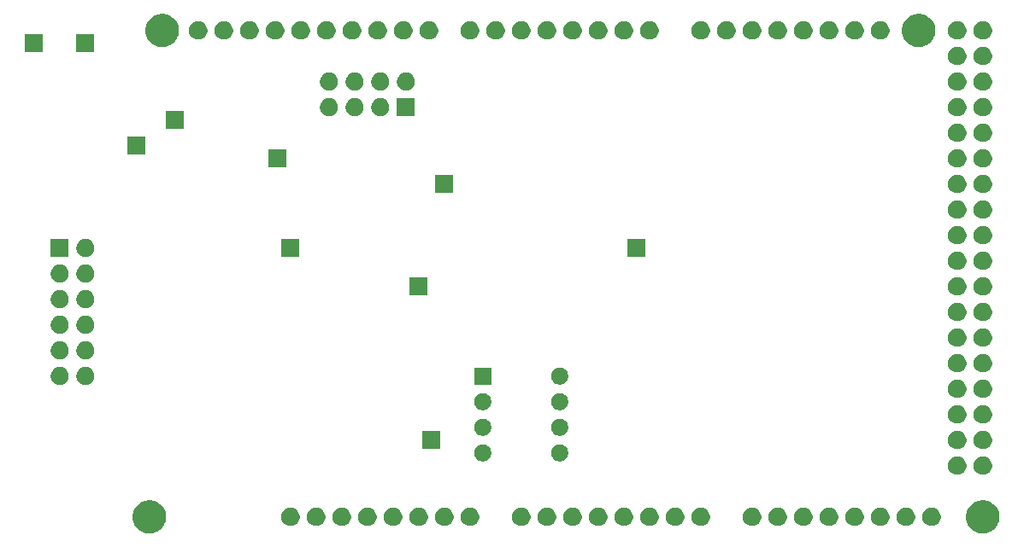
<source format=gbr>
G04 #@! TF.GenerationSoftware,KiCad,Pcbnew,(5.1.5-0-10_14)*
G04 #@! TF.CreationDate,2020-03-05T22:25:02-06:00*
G04 #@! TF.ProjectId,Electronic Target,456c6563-7472-46f6-9e69-632054617267,rev?*
G04 #@! TF.SameCoordinates,Original*
G04 #@! TF.FileFunction,Soldermask,Bot*
G04 #@! TF.FilePolarity,Negative*
%FSLAX46Y46*%
G04 Gerber Fmt 4.6, Leading zero omitted, Abs format (unit mm)*
G04 Created by KiCad (PCBNEW (5.1.5-0-10_14)) date 2020-03-05 22:25:02*
%MOMM*%
%LPD*%
G04 APERTURE LIST*
%ADD10C,0.100000*%
G04 APERTURE END LIST*
D10*
G36*
X213735256Y-131741298D02*
G01*
X213841579Y-131762447D01*
X214142042Y-131886903D01*
X214412451Y-132067585D01*
X214642415Y-132297549D01*
X214823097Y-132567958D01*
X214823098Y-132567960D01*
X214947553Y-132868422D01*
X215011000Y-133187389D01*
X215011000Y-133512611D01*
X214947553Y-133831578D01*
X214852766Y-134060416D01*
X214823097Y-134132042D01*
X214642415Y-134402451D01*
X214412451Y-134632415D01*
X214142042Y-134813097D01*
X213841579Y-134937553D01*
X213735256Y-134958702D01*
X213522611Y-135001000D01*
X213197389Y-135001000D01*
X212984744Y-134958702D01*
X212878421Y-134937553D01*
X212577958Y-134813097D01*
X212307549Y-134632415D01*
X212077585Y-134402451D01*
X211896903Y-134132042D01*
X211867235Y-134060416D01*
X211772447Y-133831578D01*
X211709000Y-133512611D01*
X211709000Y-133187389D01*
X211772447Y-132868422D01*
X211896902Y-132567960D01*
X211896903Y-132567958D01*
X212077585Y-132297549D01*
X212307549Y-132067585D01*
X212577958Y-131886903D01*
X212878421Y-131762447D01*
X212984744Y-131741298D01*
X213197389Y-131699000D01*
X213522611Y-131699000D01*
X213735256Y-131741298D01*
G37*
G36*
X131185256Y-131741298D02*
G01*
X131291579Y-131762447D01*
X131592042Y-131886903D01*
X131862451Y-132067585D01*
X132092415Y-132297549D01*
X132273097Y-132567958D01*
X132273098Y-132567960D01*
X132397553Y-132868422D01*
X132461000Y-133187389D01*
X132461000Y-133512611D01*
X132397553Y-133831578D01*
X132302766Y-134060416D01*
X132273097Y-134132042D01*
X132092415Y-134402451D01*
X131862451Y-134632415D01*
X131592042Y-134813097D01*
X131291579Y-134937553D01*
X131185256Y-134958702D01*
X130972611Y-135001000D01*
X130647389Y-135001000D01*
X130434744Y-134958702D01*
X130328421Y-134937553D01*
X130027958Y-134813097D01*
X129757549Y-134632415D01*
X129527585Y-134402451D01*
X129346903Y-134132042D01*
X129317235Y-134060416D01*
X129222447Y-133831578D01*
X129159000Y-133512611D01*
X129159000Y-133187389D01*
X129222447Y-132868422D01*
X129346902Y-132567960D01*
X129346903Y-132567958D01*
X129527585Y-132297549D01*
X129757549Y-132067585D01*
X130027958Y-131886903D01*
X130328421Y-131762447D01*
X130434744Y-131741298D01*
X130647389Y-131699000D01*
X130972611Y-131699000D01*
X131185256Y-131741298D01*
G37*
G36*
X203466778Y-132470547D02*
G01*
X203633224Y-132539491D01*
X203783022Y-132639583D01*
X203910417Y-132766978D01*
X204010509Y-132916776D01*
X204079453Y-133083222D01*
X204114600Y-133259918D01*
X204114600Y-133440082D01*
X204079453Y-133616778D01*
X204010509Y-133783224D01*
X203910417Y-133933022D01*
X203783022Y-134060417D01*
X203633224Y-134160509D01*
X203466778Y-134229453D01*
X203290082Y-134264600D01*
X203109918Y-134264600D01*
X202933222Y-134229453D01*
X202766776Y-134160509D01*
X202616978Y-134060417D01*
X202489583Y-133933022D01*
X202389491Y-133783224D01*
X202320547Y-133616778D01*
X202285400Y-133440082D01*
X202285400Y-133259918D01*
X202320547Y-133083222D01*
X202389491Y-132916776D01*
X202489583Y-132766978D01*
X202616978Y-132639583D01*
X202766776Y-132539491D01*
X202933222Y-132470547D01*
X203109918Y-132435400D01*
X203290082Y-132435400D01*
X203466778Y-132470547D01*
G37*
G36*
X200926778Y-132470547D02*
G01*
X201093224Y-132539491D01*
X201243022Y-132639583D01*
X201370417Y-132766978D01*
X201470509Y-132916776D01*
X201539453Y-133083222D01*
X201574600Y-133259918D01*
X201574600Y-133440082D01*
X201539453Y-133616778D01*
X201470509Y-133783224D01*
X201370417Y-133933022D01*
X201243022Y-134060417D01*
X201093224Y-134160509D01*
X200926778Y-134229453D01*
X200750082Y-134264600D01*
X200569918Y-134264600D01*
X200393222Y-134229453D01*
X200226776Y-134160509D01*
X200076978Y-134060417D01*
X199949583Y-133933022D01*
X199849491Y-133783224D01*
X199780547Y-133616778D01*
X199745400Y-133440082D01*
X199745400Y-133259918D01*
X199780547Y-133083222D01*
X199849491Y-132916776D01*
X199949583Y-132766978D01*
X200076978Y-132639583D01*
X200226776Y-132539491D01*
X200393222Y-132470547D01*
X200569918Y-132435400D01*
X200750082Y-132435400D01*
X200926778Y-132470547D01*
G37*
G36*
X198386778Y-132470547D02*
G01*
X198553224Y-132539491D01*
X198703022Y-132639583D01*
X198830417Y-132766978D01*
X198930509Y-132916776D01*
X198999453Y-133083222D01*
X199034600Y-133259918D01*
X199034600Y-133440082D01*
X198999453Y-133616778D01*
X198930509Y-133783224D01*
X198830417Y-133933022D01*
X198703022Y-134060417D01*
X198553224Y-134160509D01*
X198386778Y-134229453D01*
X198210082Y-134264600D01*
X198029918Y-134264600D01*
X197853222Y-134229453D01*
X197686776Y-134160509D01*
X197536978Y-134060417D01*
X197409583Y-133933022D01*
X197309491Y-133783224D01*
X197240547Y-133616778D01*
X197205400Y-133440082D01*
X197205400Y-133259918D01*
X197240547Y-133083222D01*
X197309491Y-132916776D01*
X197409583Y-132766978D01*
X197536978Y-132639583D01*
X197686776Y-132539491D01*
X197853222Y-132470547D01*
X198029918Y-132435400D01*
X198210082Y-132435400D01*
X198386778Y-132470547D01*
G37*
G36*
X195846778Y-132470547D02*
G01*
X196013224Y-132539491D01*
X196163022Y-132639583D01*
X196290417Y-132766978D01*
X196390509Y-132916776D01*
X196459453Y-133083222D01*
X196494600Y-133259918D01*
X196494600Y-133440082D01*
X196459453Y-133616778D01*
X196390509Y-133783224D01*
X196290417Y-133933022D01*
X196163022Y-134060417D01*
X196013224Y-134160509D01*
X195846778Y-134229453D01*
X195670082Y-134264600D01*
X195489918Y-134264600D01*
X195313222Y-134229453D01*
X195146776Y-134160509D01*
X194996978Y-134060417D01*
X194869583Y-133933022D01*
X194769491Y-133783224D01*
X194700547Y-133616778D01*
X194665400Y-133440082D01*
X194665400Y-133259918D01*
X194700547Y-133083222D01*
X194769491Y-132916776D01*
X194869583Y-132766978D01*
X194996978Y-132639583D01*
X195146776Y-132539491D01*
X195313222Y-132470547D01*
X195489918Y-132435400D01*
X195670082Y-132435400D01*
X195846778Y-132470547D01*
G37*
G36*
X193306778Y-132470547D02*
G01*
X193473224Y-132539491D01*
X193623022Y-132639583D01*
X193750417Y-132766978D01*
X193850509Y-132916776D01*
X193919453Y-133083222D01*
X193954600Y-133259918D01*
X193954600Y-133440082D01*
X193919453Y-133616778D01*
X193850509Y-133783224D01*
X193750417Y-133933022D01*
X193623022Y-134060417D01*
X193473224Y-134160509D01*
X193306778Y-134229453D01*
X193130082Y-134264600D01*
X192949918Y-134264600D01*
X192773222Y-134229453D01*
X192606776Y-134160509D01*
X192456978Y-134060417D01*
X192329583Y-133933022D01*
X192229491Y-133783224D01*
X192160547Y-133616778D01*
X192125400Y-133440082D01*
X192125400Y-133259918D01*
X192160547Y-133083222D01*
X192229491Y-132916776D01*
X192329583Y-132766978D01*
X192456978Y-132639583D01*
X192606776Y-132539491D01*
X192773222Y-132470547D01*
X192949918Y-132435400D01*
X193130082Y-132435400D01*
X193306778Y-132470547D01*
G37*
G36*
X190766778Y-132470547D02*
G01*
X190933224Y-132539491D01*
X191083022Y-132639583D01*
X191210417Y-132766978D01*
X191310509Y-132916776D01*
X191379453Y-133083222D01*
X191414600Y-133259918D01*
X191414600Y-133440082D01*
X191379453Y-133616778D01*
X191310509Y-133783224D01*
X191210417Y-133933022D01*
X191083022Y-134060417D01*
X190933224Y-134160509D01*
X190766778Y-134229453D01*
X190590082Y-134264600D01*
X190409918Y-134264600D01*
X190233222Y-134229453D01*
X190066776Y-134160509D01*
X189916978Y-134060417D01*
X189789583Y-133933022D01*
X189689491Y-133783224D01*
X189620547Y-133616778D01*
X189585400Y-133440082D01*
X189585400Y-133259918D01*
X189620547Y-133083222D01*
X189689491Y-132916776D01*
X189789583Y-132766978D01*
X189916978Y-132639583D01*
X190066776Y-132539491D01*
X190233222Y-132470547D01*
X190409918Y-132435400D01*
X190590082Y-132435400D01*
X190766778Y-132470547D01*
G37*
G36*
X185686778Y-132470547D02*
G01*
X185853224Y-132539491D01*
X186003022Y-132639583D01*
X186130417Y-132766978D01*
X186230509Y-132916776D01*
X186299453Y-133083222D01*
X186334600Y-133259918D01*
X186334600Y-133440082D01*
X186299453Y-133616778D01*
X186230509Y-133783224D01*
X186130417Y-133933022D01*
X186003022Y-134060417D01*
X185853224Y-134160509D01*
X185686778Y-134229453D01*
X185510082Y-134264600D01*
X185329918Y-134264600D01*
X185153222Y-134229453D01*
X184986776Y-134160509D01*
X184836978Y-134060417D01*
X184709583Y-133933022D01*
X184609491Y-133783224D01*
X184540547Y-133616778D01*
X184505400Y-133440082D01*
X184505400Y-133259918D01*
X184540547Y-133083222D01*
X184609491Y-132916776D01*
X184709583Y-132766978D01*
X184836978Y-132639583D01*
X184986776Y-132539491D01*
X185153222Y-132470547D01*
X185329918Y-132435400D01*
X185510082Y-132435400D01*
X185686778Y-132470547D01*
G37*
G36*
X183146778Y-132470547D02*
G01*
X183313224Y-132539491D01*
X183463022Y-132639583D01*
X183590417Y-132766978D01*
X183690509Y-132916776D01*
X183759453Y-133083222D01*
X183794600Y-133259918D01*
X183794600Y-133440082D01*
X183759453Y-133616778D01*
X183690509Y-133783224D01*
X183590417Y-133933022D01*
X183463022Y-134060417D01*
X183313224Y-134160509D01*
X183146778Y-134229453D01*
X182970082Y-134264600D01*
X182789918Y-134264600D01*
X182613222Y-134229453D01*
X182446776Y-134160509D01*
X182296978Y-134060417D01*
X182169583Y-133933022D01*
X182069491Y-133783224D01*
X182000547Y-133616778D01*
X181965400Y-133440082D01*
X181965400Y-133259918D01*
X182000547Y-133083222D01*
X182069491Y-132916776D01*
X182169583Y-132766978D01*
X182296978Y-132639583D01*
X182446776Y-132539491D01*
X182613222Y-132470547D01*
X182789918Y-132435400D01*
X182970082Y-132435400D01*
X183146778Y-132470547D01*
G37*
G36*
X180606778Y-132470547D02*
G01*
X180773224Y-132539491D01*
X180923022Y-132639583D01*
X181050417Y-132766978D01*
X181150509Y-132916776D01*
X181219453Y-133083222D01*
X181254600Y-133259918D01*
X181254600Y-133440082D01*
X181219453Y-133616778D01*
X181150509Y-133783224D01*
X181050417Y-133933022D01*
X180923022Y-134060417D01*
X180773224Y-134160509D01*
X180606778Y-134229453D01*
X180430082Y-134264600D01*
X180249918Y-134264600D01*
X180073222Y-134229453D01*
X179906776Y-134160509D01*
X179756978Y-134060417D01*
X179629583Y-133933022D01*
X179529491Y-133783224D01*
X179460547Y-133616778D01*
X179425400Y-133440082D01*
X179425400Y-133259918D01*
X179460547Y-133083222D01*
X179529491Y-132916776D01*
X179629583Y-132766978D01*
X179756978Y-132639583D01*
X179906776Y-132539491D01*
X180073222Y-132470547D01*
X180249918Y-132435400D01*
X180430082Y-132435400D01*
X180606778Y-132470547D01*
G37*
G36*
X178066778Y-132470547D02*
G01*
X178233224Y-132539491D01*
X178383022Y-132639583D01*
X178510417Y-132766978D01*
X178610509Y-132916776D01*
X178679453Y-133083222D01*
X178714600Y-133259918D01*
X178714600Y-133440082D01*
X178679453Y-133616778D01*
X178610509Y-133783224D01*
X178510417Y-133933022D01*
X178383022Y-134060417D01*
X178233224Y-134160509D01*
X178066778Y-134229453D01*
X177890082Y-134264600D01*
X177709918Y-134264600D01*
X177533222Y-134229453D01*
X177366776Y-134160509D01*
X177216978Y-134060417D01*
X177089583Y-133933022D01*
X176989491Y-133783224D01*
X176920547Y-133616778D01*
X176885400Y-133440082D01*
X176885400Y-133259918D01*
X176920547Y-133083222D01*
X176989491Y-132916776D01*
X177089583Y-132766978D01*
X177216978Y-132639583D01*
X177366776Y-132539491D01*
X177533222Y-132470547D01*
X177709918Y-132435400D01*
X177890082Y-132435400D01*
X178066778Y-132470547D01*
G37*
G36*
X175526778Y-132470547D02*
G01*
X175693224Y-132539491D01*
X175843022Y-132639583D01*
X175970417Y-132766978D01*
X176070509Y-132916776D01*
X176139453Y-133083222D01*
X176174600Y-133259918D01*
X176174600Y-133440082D01*
X176139453Y-133616778D01*
X176070509Y-133783224D01*
X175970417Y-133933022D01*
X175843022Y-134060417D01*
X175693224Y-134160509D01*
X175526778Y-134229453D01*
X175350082Y-134264600D01*
X175169918Y-134264600D01*
X174993222Y-134229453D01*
X174826776Y-134160509D01*
X174676978Y-134060417D01*
X174549583Y-133933022D01*
X174449491Y-133783224D01*
X174380547Y-133616778D01*
X174345400Y-133440082D01*
X174345400Y-133259918D01*
X174380547Y-133083222D01*
X174449491Y-132916776D01*
X174549583Y-132766978D01*
X174676978Y-132639583D01*
X174826776Y-132539491D01*
X174993222Y-132470547D01*
X175169918Y-132435400D01*
X175350082Y-132435400D01*
X175526778Y-132470547D01*
G37*
G36*
X172986778Y-132470547D02*
G01*
X173153224Y-132539491D01*
X173303022Y-132639583D01*
X173430417Y-132766978D01*
X173530509Y-132916776D01*
X173599453Y-133083222D01*
X173634600Y-133259918D01*
X173634600Y-133440082D01*
X173599453Y-133616778D01*
X173530509Y-133783224D01*
X173430417Y-133933022D01*
X173303022Y-134060417D01*
X173153224Y-134160509D01*
X172986778Y-134229453D01*
X172810082Y-134264600D01*
X172629918Y-134264600D01*
X172453222Y-134229453D01*
X172286776Y-134160509D01*
X172136978Y-134060417D01*
X172009583Y-133933022D01*
X171909491Y-133783224D01*
X171840547Y-133616778D01*
X171805400Y-133440082D01*
X171805400Y-133259918D01*
X171840547Y-133083222D01*
X171909491Y-132916776D01*
X172009583Y-132766978D01*
X172136978Y-132639583D01*
X172286776Y-132539491D01*
X172453222Y-132470547D01*
X172629918Y-132435400D01*
X172810082Y-132435400D01*
X172986778Y-132470547D01*
G37*
G36*
X170446778Y-132470547D02*
G01*
X170613224Y-132539491D01*
X170763022Y-132639583D01*
X170890417Y-132766978D01*
X170990509Y-132916776D01*
X171059453Y-133083222D01*
X171094600Y-133259918D01*
X171094600Y-133440082D01*
X171059453Y-133616778D01*
X170990509Y-133783224D01*
X170890417Y-133933022D01*
X170763022Y-134060417D01*
X170613224Y-134160509D01*
X170446778Y-134229453D01*
X170270082Y-134264600D01*
X170089918Y-134264600D01*
X169913222Y-134229453D01*
X169746776Y-134160509D01*
X169596978Y-134060417D01*
X169469583Y-133933022D01*
X169369491Y-133783224D01*
X169300547Y-133616778D01*
X169265400Y-133440082D01*
X169265400Y-133259918D01*
X169300547Y-133083222D01*
X169369491Y-132916776D01*
X169469583Y-132766978D01*
X169596978Y-132639583D01*
X169746776Y-132539491D01*
X169913222Y-132470547D01*
X170089918Y-132435400D01*
X170270082Y-132435400D01*
X170446778Y-132470547D01*
G37*
G36*
X167906778Y-132470547D02*
G01*
X168073224Y-132539491D01*
X168223022Y-132639583D01*
X168350417Y-132766978D01*
X168450509Y-132916776D01*
X168519453Y-133083222D01*
X168554600Y-133259918D01*
X168554600Y-133440082D01*
X168519453Y-133616778D01*
X168450509Y-133783224D01*
X168350417Y-133933022D01*
X168223022Y-134060417D01*
X168073224Y-134160509D01*
X167906778Y-134229453D01*
X167730082Y-134264600D01*
X167549918Y-134264600D01*
X167373222Y-134229453D01*
X167206776Y-134160509D01*
X167056978Y-134060417D01*
X166929583Y-133933022D01*
X166829491Y-133783224D01*
X166760547Y-133616778D01*
X166725400Y-133440082D01*
X166725400Y-133259918D01*
X166760547Y-133083222D01*
X166829491Y-132916776D01*
X166929583Y-132766978D01*
X167056978Y-132639583D01*
X167206776Y-132539491D01*
X167373222Y-132470547D01*
X167549918Y-132435400D01*
X167730082Y-132435400D01*
X167906778Y-132470547D01*
G37*
G36*
X162826778Y-132470547D02*
G01*
X162993224Y-132539491D01*
X163143022Y-132639583D01*
X163270417Y-132766978D01*
X163370509Y-132916776D01*
X163439453Y-133083222D01*
X163474600Y-133259918D01*
X163474600Y-133440082D01*
X163439453Y-133616778D01*
X163370509Y-133783224D01*
X163270417Y-133933022D01*
X163143022Y-134060417D01*
X162993224Y-134160509D01*
X162826778Y-134229453D01*
X162650082Y-134264600D01*
X162469918Y-134264600D01*
X162293222Y-134229453D01*
X162126776Y-134160509D01*
X161976978Y-134060417D01*
X161849583Y-133933022D01*
X161749491Y-133783224D01*
X161680547Y-133616778D01*
X161645400Y-133440082D01*
X161645400Y-133259918D01*
X161680547Y-133083222D01*
X161749491Y-132916776D01*
X161849583Y-132766978D01*
X161976978Y-132639583D01*
X162126776Y-132539491D01*
X162293222Y-132470547D01*
X162469918Y-132435400D01*
X162650082Y-132435400D01*
X162826778Y-132470547D01*
G37*
G36*
X160286778Y-132470547D02*
G01*
X160453224Y-132539491D01*
X160603022Y-132639583D01*
X160730417Y-132766978D01*
X160830509Y-132916776D01*
X160899453Y-133083222D01*
X160934600Y-133259918D01*
X160934600Y-133440082D01*
X160899453Y-133616778D01*
X160830509Y-133783224D01*
X160730417Y-133933022D01*
X160603022Y-134060417D01*
X160453224Y-134160509D01*
X160286778Y-134229453D01*
X160110082Y-134264600D01*
X159929918Y-134264600D01*
X159753222Y-134229453D01*
X159586776Y-134160509D01*
X159436978Y-134060417D01*
X159309583Y-133933022D01*
X159209491Y-133783224D01*
X159140547Y-133616778D01*
X159105400Y-133440082D01*
X159105400Y-133259918D01*
X159140547Y-133083222D01*
X159209491Y-132916776D01*
X159309583Y-132766978D01*
X159436978Y-132639583D01*
X159586776Y-132539491D01*
X159753222Y-132470547D01*
X159929918Y-132435400D01*
X160110082Y-132435400D01*
X160286778Y-132470547D01*
G37*
G36*
X157746778Y-132470547D02*
G01*
X157913224Y-132539491D01*
X158063022Y-132639583D01*
X158190417Y-132766978D01*
X158290509Y-132916776D01*
X158359453Y-133083222D01*
X158394600Y-133259918D01*
X158394600Y-133440082D01*
X158359453Y-133616778D01*
X158290509Y-133783224D01*
X158190417Y-133933022D01*
X158063022Y-134060417D01*
X157913224Y-134160509D01*
X157746778Y-134229453D01*
X157570082Y-134264600D01*
X157389918Y-134264600D01*
X157213222Y-134229453D01*
X157046776Y-134160509D01*
X156896978Y-134060417D01*
X156769583Y-133933022D01*
X156669491Y-133783224D01*
X156600547Y-133616778D01*
X156565400Y-133440082D01*
X156565400Y-133259918D01*
X156600547Y-133083222D01*
X156669491Y-132916776D01*
X156769583Y-132766978D01*
X156896978Y-132639583D01*
X157046776Y-132539491D01*
X157213222Y-132470547D01*
X157389918Y-132435400D01*
X157570082Y-132435400D01*
X157746778Y-132470547D01*
G37*
G36*
X155206778Y-132470547D02*
G01*
X155373224Y-132539491D01*
X155523022Y-132639583D01*
X155650417Y-132766978D01*
X155750509Y-132916776D01*
X155819453Y-133083222D01*
X155854600Y-133259918D01*
X155854600Y-133440082D01*
X155819453Y-133616778D01*
X155750509Y-133783224D01*
X155650417Y-133933022D01*
X155523022Y-134060417D01*
X155373224Y-134160509D01*
X155206778Y-134229453D01*
X155030082Y-134264600D01*
X154849918Y-134264600D01*
X154673222Y-134229453D01*
X154506776Y-134160509D01*
X154356978Y-134060417D01*
X154229583Y-133933022D01*
X154129491Y-133783224D01*
X154060547Y-133616778D01*
X154025400Y-133440082D01*
X154025400Y-133259918D01*
X154060547Y-133083222D01*
X154129491Y-132916776D01*
X154229583Y-132766978D01*
X154356978Y-132639583D01*
X154506776Y-132539491D01*
X154673222Y-132470547D01*
X154849918Y-132435400D01*
X155030082Y-132435400D01*
X155206778Y-132470547D01*
G37*
G36*
X152666778Y-132470547D02*
G01*
X152833224Y-132539491D01*
X152983022Y-132639583D01*
X153110417Y-132766978D01*
X153210509Y-132916776D01*
X153279453Y-133083222D01*
X153314600Y-133259918D01*
X153314600Y-133440082D01*
X153279453Y-133616778D01*
X153210509Y-133783224D01*
X153110417Y-133933022D01*
X152983022Y-134060417D01*
X152833224Y-134160509D01*
X152666778Y-134229453D01*
X152490082Y-134264600D01*
X152309918Y-134264600D01*
X152133222Y-134229453D01*
X151966776Y-134160509D01*
X151816978Y-134060417D01*
X151689583Y-133933022D01*
X151589491Y-133783224D01*
X151520547Y-133616778D01*
X151485400Y-133440082D01*
X151485400Y-133259918D01*
X151520547Y-133083222D01*
X151589491Y-132916776D01*
X151689583Y-132766978D01*
X151816978Y-132639583D01*
X151966776Y-132539491D01*
X152133222Y-132470547D01*
X152309918Y-132435400D01*
X152490082Y-132435400D01*
X152666778Y-132470547D01*
G37*
G36*
X150126778Y-132470547D02*
G01*
X150293224Y-132539491D01*
X150443022Y-132639583D01*
X150570417Y-132766978D01*
X150670509Y-132916776D01*
X150739453Y-133083222D01*
X150774600Y-133259918D01*
X150774600Y-133440082D01*
X150739453Y-133616778D01*
X150670509Y-133783224D01*
X150570417Y-133933022D01*
X150443022Y-134060417D01*
X150293224Y-134160509D01*
X150126778Y-134229453D01*
X149950082Y-134264600D01*
X149769918Y-134264600D01*
X149593222Y-134229453D01*
X149426776Y-134160509D01*
X149276978Y-134060417D01*
X149149583Y-133933022D01*
X149049491Y-133783224D01*
X148980547Y-133616778D01*
X148945400Y-133440082D01*
X148945400Y-133259918D01*
X148980547Y-133083222D01*
X149049491Y-132916776D01*
X149149583Y-132766978D01*
X149276978Y-132639583D01*
X149426776Y-132539491D01*
X149593222Y-132470547D01*
X149769918Y-132435400D01*
X149950082Y-132435400D01*
X150126778Y-132470547D01*
G37*
G36*
X147586778Y-132470547D02*
G01*
X147753224Y-132539491D01*
X147903022Y-132639583D01*
X148030417Y-132766978D01*
X148130509Y-132916776D01*
X148199453Y-133083222D01*
X148234600Y-133259918D01*
X148234600Y-133440082D01*
X148199453Y-133616778D01*
X148130509Y-133783224D01*
X148030417Y-133933022D01*
X147903022Y-134060417D01*
X147753224Y-134160509D01*
X147586778Y-134229453D01*
X147410082Y-134264600D01*
X147229918Y-134264600D01*
X147053222Y-134229453D01*
X146886776Y-134160509D01*
X146736978Y-134060417D01*
X146609583Y-133933022D01*
X146509491Y-133783224D01*
X146440547Y-133616778D01*
X146405400Y-133440082D01*
X146405400Y-133259918D01*
X146440547Y-133083222D01*
X146509491Y-132916776D01*
X146609583Y-132766978D01*
X146736978Y-132639583D01*
X146886776Y-132539491D01*
X147053222Y-132470547D01*
X147229918Y-132435400D01*
X147410082Y-132435400D01*
X147586778Y-132470547D01*
G37*
G36*
X145046778Y-132470547D02*
G01*
X145213224Y-132539491D01*
X145363022Y-132639583D01*
X145490417Y-132766978D01*
X145590509Y-132916776D01*
X145659453Y-133083222D01*
X145694600Y-133259918D01*
X145694600Y-133440082D01*
X145659453Y-133616778D01*
X145590509Y-133783224D01*
X145490417Y-133933022D01*
X145363022Y-134060417D01*
X145213224Y-134160509D01*
X145046778Y-134229453D01*
X144870082Y-134264600D01*
X144689918Y-134264600D01*
X144513222Y-134229453D01*
X144346776Y-134160509D01*
X144196978Y-134060417D01*
X144069583Y-133933022D01*
X143969491Y-133783224D01*
X143900547Y-133616778D01*
X143865400Y-133440082D01*
X143865400Y-133259918D01*
X143900547Y-133083222D01*
X143969491Y-132916776D01*
X144069583Y-132766978D01*
X144196978Y-132639583D01*
X144346776Y-132539491D01*
X144513222Y-132470547D01*
X144689918Y-132435400D01*
X144870082Y-132435400D01*
X145046778Y-132470547D01*
G37*
G36*
X208546778Y-132470547D02*
G01*
X208713224Y-132539491D01*
X208863022Y-132639583D01*
X208990417Y-132766978D01*
X209090509Y-132916776D01*
X209159453Y-133083222D01*
X209194600Y-133259918D01*
X209194600Y-133440082D01*
X209159453Y-133616778D01*
X209090509Y-133783224D01*
X208990417Y-133933022D01*
X208863022Y-134060417D01*
X208713224Y-134160509D01*
X208546778Y-134229453D01*
X208370082Y-134264600D01*
X208189918Y-134264600D01*
X208013222Y-134229453D01*
X207846776Y-134160509D01*
X207696978Y-134060417D01*
X207569583Y-133933022D01*
X207469491Y-133783224D01*
X207400547Y-133616778D01*
X207365400Y-133440082D01*
X207365400Y-133259918D01*
X207400547Y-133083222D01*
X207469491Y-132916776D01*
X207569583Y-132766978D01*
X207696978Y-132639583D01*
X207846776Y-132539491D01*
X208013222Y-132470547D01*
X208189918Y-132435400D01*
X208370082Y-132435400D01*
X208546778Y-132470547D01*
G37*
G36*
X206006778Y-132470547D02*
G01*
X206173224Y-132539491D01*
X206323022Y-132639583D01*
X206450417Y-132766978D01*
X206550509Y-132916776D01*
X206619453Y-133083222D01*
X206654600Y-133259918D01*
X206654600Y-133440082D01*
X206619453Y-133616778D01*
X206550509Y-133783224D01*
X206450417Y-133933022D01*
X206323022Y-134060417D01*
X206173224Y-134160509D01*
X206006778Y-134229453D01*
X205830082Y-134264600D01*
X205649918Y-134264600D01*
X205473222Y-134229453D01*
X205306776Y-134160509D01*
X205156978Y-134060417D01*
X205029583Y-133933022D01*
X204929491Y-133783224D01*
X204860547Y-133616778D01*
X204825400Y-133440082D01*
X204825400Y-133259918D01*
X204860547Y-133083222D01*
X204929491Y-132916776D01*
X205029583Y-132766978D01*
X205156978Y-132639583D01*
X205306776Y-132539491D01*
X205473222Y-132470547D01*
X205649918Y-132435400D01*
X205830082Y-132435400D01*
X206006778Y-132470547D01*
G37*
G36*
X213626778Y-127390547D02*
G01*
X213793224Y-127459491D01*
X213943022Y-127559583D01*
X214070417Y-127686978D01*
X214170509Y-127836776D01*
X214239453Y-128003222D01*
X214274600Y-128179918D01*
X214274600Y-128360082D01*
X214239453Y-128536778D01*
X214170509Y-128703224D01*
X214070417Y-128853022D01*
X213943022Y-128980417D01*
X213793224Y-129080509D01*
X213626778Y-129149453D01*
X213450082Y-129184600D01*
X213269918Y-129184600D01*
X213093222Y-129149453D01*
X212926776Y-129080509D01*
X212776978Y-128980417D01*
X212649583Y-128853022D01*
X212549491Y-128703224D01*
X212480547Y-128536778D01*
X212445400Y-128360082D01*
X212445400Y-128179918D01*
X212480547Y-128003222D01*
X212549491Y-127836776D01*
X212649583Y-127686978D01*
X212776978Y-127559583D01*
X212926776Y-127459491D01*
X213093222Y-127390547D01*
X213269918Y-127355400D01*
X213450082Y-127355400D01*
X213626778Y-127390547D01*
G37*
G36*
X211086778Y-127390547D02*
G01*
X211253224Y-127459491D01*
X211403022Y-127559583D01*
X211530417Y-127686978D01*
X211630509Y-127836776D01*
X211699453Y-128003222D01*
X211734600Y-128179918D01*
X211734600Y-128360082D01*
X211699453Y-128536778D01*
X211630509Y-128703224D01*
X211530417Y-128853022D01*
X211403022Y-128980417D01*
X211253224Y-129080509D01*
X211086778Y-129149453D01*
X210910082Y-129184600D01*
X210729918Y-129184600D01*
X210553222Y-129149453D01*
X210386776Y-129080509D01*
X210236978Y-128980417D01*
X210109583Y-128853022D01*
X210009491Y-128703224D01*
X209940547Y-128536778D01*
X209905400Y-128360082D01*
X209905400Y-128179918D01*
X209940547Y-128003222D01*
X210009491Y-127836776D01*
X210109583Y-127686978D01*
X210236978Y-127559583D01*
X210386776Y-127459491D01*
X210553222Y-127390547D01*
X210729918Y-127355400D01*
X210910082Y-127355400D01*
X211086778Y-127390547D01*
G37*
G36*
X164078228Y-126181703D02*
G01*
X164233100Y-126245853D01*
X164372481Y-126338985D01*
X164491015Y-126457519D01*
X164584147Y-126596900D01*
X164648297Y-126751772D01*
X164681000Y-126916184D01*
X164681000Y-127083816D01*
X164648297Y-127248228D01*
X164584147Y-127403100D01*
X164491015Y-127542481D01*
X164372481Y-127661015D01*
X164233100Y-127754147D01*
X164078228Y-127818297D01*
X163913816Y-127851000D01*
X163746184Y-127851000D01*
X163581772Y-127818297D01*
X163426900Y-127754147D01*
X163287519Y-127661015D01*
X163168985Y-127542481D01*
X163075853Y-127403100D01*
X163011703Y-127248228D01*
X162979000Y-127083816D01*
X162979000Y-126916184D01*
X163011703Y-126751772D01*
X163075853Y-126596900D01*
X163168985Y-126457519D01*
X163287519Y-126338985D01*
X163426900Y-126245853D01*
X163581772Y-126181703D01*
X163746184Y-126149000D01*
X163913816Y-126149000D01*
X164078228Y-126181703D01*
G37*
G36*
X171698228Y-126181703D02*
G01*
X171853100Y-126245853D01*
X171992481Y-126338985D01*
X172111015Y-126457519D01*
X172204147Y-126596900D01*
X172268297Y-126751772D01*
X172301000Y-126916184D01*
X172301000Y-127083816D01*
X172268297Y-127248228D01*
X172204147Y-127403100D01*
X172111015Y-127542481D01*
X171992481Y-127661015D01*
X171853100Y-127754147D01*
X171698228Y-127818297D01*
X171533816Y-127851000D01*
X171366184Y-127851000D01*
X171201772Y-127818297D01*
X171046900Y-127754147D01*
X170907519Y-127661015D01*
X170788985Y-127542481D01*
X170695853Y-127403100D01*
X170631703Y-127248228D01*
X170599000Y-127083816D01*
X170599000Y-126916184D01*
X170631703Y-126751772D01*
X170695853Y-126596900D01*
X170788985Y-126457519D01*
X170907519Y-126338985D01*
X171046900Y-126245853D01*
X171201772Y-126181703D01*
X171366184Y-126149000D01*
X171533816Y-126149000D01*
X171698228Y-126181703D01*
G37*
G36*
X213626778Y-124850547D02*
G01*
X213793224Y-124919491D01*
X213943022Y-125019583D01*
X214070417Y-125146978D01*
X214170509Y-125296776D01*
X214239453Y-125463222D01*
X214274600Y-125639918D01*
X214274600Y-125820082D01*
X214239453Y-125996778D01*
X214170509Y-126163224D01*
X214070417Y-126313022D01*
X213943022Y-126440417D01*
X213793224Y-126540509D01*
X213626778Y-126609453D01*
X213450082Y-126644600D01*
X213269918Y-126644600D01*
X213093222Y-126609453D01*
X212926776Y-126540509D01*
X212776978Y-126440417D01*
X212649583Y-126313022D01*
X212549491Y-126163224D01*
X212480547Y-125996778D01*
X212445400Y-125820082D01*
X212445400Y-125639918D01*
X212480547Y-125463222D01*
X212549491Y-125296776D01*
X212649583Y-125146978D01*
X212776978Y-125019583D01*
X212926776Y-124919491D01*
X213093222Y-124850547D01*
X213269918Y-124815400D01*
X213450082Y-124815400D01*
X213626778Y-124850547D01*
G37*
G36*
X211086778Y-124850547D02*
G01*
X211253224Y-124919491D01*
X211403022Y-125019583D01*
X211530417Y-125146978D01*
X211630509Y-125296776D01*
X211699453Y-125463222D01*
X211734600Y-125639918D01*
X211734600Y-125820082D01*
X211699453Y-125996778D01*
X211630509Y-126163224D01*
X211530417Y-126313022D01*
X211403022Y-126440417D01*
X211253224Y-126540509D01*
X211086778Y-126609453D01*
X210910082Y-126644600D01*
X210729918Y-126644600D01*
X210553222Y-126609453D01*
X210386776Y-126540509D01*
X210236978Y-126440417D01*
X210109583Y-126313022D01*
X210009491Y-126163224D01*
X209940547Y-125996778D01*
X209905400Y-125820082D01*
X209905400Y-125639918D01*
X209940547Y-125463222D01*
X210009491Y-125296776D01*
X210109583Y-125146978D01*
X210236978Y-125019583D01*
X210386776Y-124919491D01*
X210553222Y-124850547D01*
X210729918Y-124815400D01*
X210910082Y-124815400D01*
X211086778Y-124850547D01*
G37*
G36*
X159651000Y-126631000D02*
G01*
X157849000Y-126631000D01*
X157849000Y-124829000D01*
X159651000Y-124829000D01*
X159651000Y-126631000D01*
G37*
G36*
X164078228Y-123641703D02*
G01*
X164233100Y-123705853D01*
X164372481Y-123798985D01*
X164491015Y-123917519D01*
X164584147Y-124056900D01*
X164648297Y-124211772D01*
X164681000Y-124376184D01*
X164681000Y-124543816D01*
X164648297Y-124708228D01*
X164584147Y-124863100D01*
X164491015Y-125002481D01*
X164372481Y-125121015D01*
X164233100Y-125214147D01*
X164078228Y-125278297D01*
X163913816Y-125311000D01*
X163746184Y-125311000D01*
X163581772Y-125278297D01*
X163426900Y-125214147D01*
X163287519Y-125121015D01*
X163168985Y-125002481D01*
X163075853Y-124863100D01*
X163011703Y-124708228D01*
X162979000Y-124543816D01*
X162979000Y-124376184D01*
X163011703Y-124211772D01*
X163075853Y-124056900D01*
X163168985Y-123917519D01*
X163287519Y-123798985D01*
X163426900Y-123705853D01*
X163581772Y-123641703D01*
X163746184Y-123609000D01*
X163913816Y-123609000D01*
X164078228Y-123641703D01*
G37*
G36*
X171698228Y-123641703D02*
G01*
X171853100Y-123705853D01*
X171992481Y-123798985D01*
X172111015Y-123917519D01*
X172204147Y-124056900D01*
X172268297Y-124211772D01*
X172301000Y-124376184D01*
X172301000Y-124543816D01*
X172268297Y-124708228D01*
X172204147Y-124863100D01*
X172111015Y-125002481D01*
X171992481Y-125121015D01*
X171853100Y-125214147D01*
X171698228Y-125278297D01*
X171533816Y-125311000D01*
X171366184Y-125311000D01*
X171201772Y-125278297D01*
X171046900Y-125214147D01*
X170907519Y-125121015D01*
X170788985Y-125002481D01*
X170695853Y-124863100D01*
X170631703Y-124708228D01*
X170599000Y-124543816D01*
X170599000Y-124376184D01*
X170631703Y-124211772D01*
X170695853Y-124056900D01*
X170788985Y-123917519D01*
X170907519Y-123798985D01*
X171046900Y-123705853D01*
X171201772Y-123641703D01*
X171366184Y-123609000D01*
X171533816Y-123609000D01*
X171698228Y-123641703D01*
G37*
G36*
X211086778Y-122310547D02*
G01*
X211253224Y-122379491D01*
X211403022Y-122479583D01*
X211530417Y-122606978D01*
X211630509Y-122756776D01*
X211699453Y-122923222D01*
X211734600Y-123099918D01*
X211734600Y-123280082D01*
X211699453Y-123456778D01*
X211630509Y-123623224D01*
X211530417Y-123773022D01*
X211403022Y-123900417D01*
X211253224Y-124000509D01*
X211086778Y-124069453D01*
X210910082Y-124104600D01*
X210729918Y-124104600D01*
X210553222Y-124069453D01*
X210386776Y-124000509D01*
X210236978Y-123900417D01*
X210109583Y-123773022D01*
X210009491Y-123623224D01*
X209940547Y-123456778D01*
X209905400Y-123280082D01*
X209905400Y-123099918D01*
X209940547Y-122923222D01*
X210009491Y-122756776D01*
X210109583Y-122606978D01*
X210236978Y-122479583D01*
X210386776Y-122379491D01*
X210553222Y-122310547D01*
X210729918Y-122275400D01*
X210910082Y-122275400D01*
X211086778Y-122310547D01*
G37*
G36*
X213626778Y-122310547D02*
G01*
X213793224Y-122379491D01*
X213943022Y-122479583D01*
X214070417Y-122606978D01*
X214170509Y-122756776D01*
X214239453Y-122923222D01*
X214274600Y-123099918D01*
X214274600Y-123280082D01*
X214239453Y-123456778D01*
X214170509Y-123623224D01*
X214070417Y-123773022D01*
X213943022Y-123900417D01*
X213793224Y-124000509D01*
X213626778Y-124069453D01*
X213450082Y-124104600D01*
X213269918Y-124104600D01*
X213093222Y-124069453D01*
X212926776Y-124000509D01*
X212776978Y-123900417D01*
X212649583Y-123773022D01*
X212549491Y-123623224D01*
X212480547Y-123456778D01*
X212445400Y-123280082D01*
X212445400Y-123099918D01*
X212480547Y-122923222D01*
X212549491Y-122756776D01*
X212649583Y-122606978D01*
X212776978Y-122479583D01*
X212926776Y-122379491D01*
X213093222Y-122310547D01*
X213269918Y-122275400D01*
X213450082Y-122275400D01*
X213626778Y-122310547D01*
G37*
G36*
X164078228Y-121101703D02*
G01*
X164233100Y-121165853D01*
X164372481Y-121258985D01*
X164491015Y-121377519D01*
X164584147Y-121516900D01*
X164648297Y-121671772D01*
X164681000Y-121836184D01*
X164681000Y-122003816D01*
X164648297Y-122168228D01*
X164584147Y-122323100D01*
X164491015Y-122462481D01*
X164372481Y-122581015D01*
X164233100Y-122674147D01*
X164078228Y-122738297D01*
X163913816Y-122771000D01*
X163746184Y-122771000D01*
X163581772Y-122738297D01*
X163426900Y-122674147D01*
X163287519Y-122581015D01*
X163168985Y-122462481D01*
X163075853Y-122323100D01*
X163011703Y-122168228D01*
X162979000Y-122003816D01*
X162979000Y-121836184D01*
X163011703Y-121671772D01*
X163075853Y-121516900D01*
X163168985Y-121377519D01*
X163287519Y-121258985D01*
X163426900Y-121165853D01*
X163581772Y-121101703D01*
X163746184Y-121069000D01*
X163913816Y-121069000D01*
X164078228Y-121101703D01*
G37*
G36*
X171698228Y-121101703D02*
G01*
X171853100Y-121165853D01*
X171992481Y-121258985D01*
X172111015Y-121377519D01*
X172204147Y-121516900D01*
X172268297Y-121671772D01*
X172301000Y-121836184D01*
X172301000Y-122003816D01*
X172268297Y-122168228D01*
X172204147Y-122323100D01*
X172111015Y-122462481D01*
X171992481Y-122581015D01*
X171853100Y-122674147D01*
X171698228Y-122738297D01*
X171533816Y-122771000D01*
X171366184Y-122771000D01*
X171201772Y-122738297D01*
X171046900Y-122674147D01*
X170907519Y-122581015D01*
X170788985Y-122462481D01*
X170695853Y-122323100D01*
X170631703Y-122168228D01*
X170599000Y-122003816D01*
X170599000Y-121836184D01*
X170631703Y-121671772D01*
X170695853Y-121516900D01*
X170788985Y-121377519D01*
X170907519Y-121258985D01*
X171046900Y-121165853D01*
X171201772Y-121101703D01*
X171366184Y-121069000D01*
X171533816Y-121069000D01*
X171698228Y-121101703D01*
G37*
G36*
X211086778Y-119770547D02*
G01*
X211253224Y-119839491D01*
X211403022Y-119939583D01*
X211530417Y-120066978D01*
X211630509Y-120216776D01*
X211699453Y-120383222D01*
X211734600Y-120559918D01*
X211734600Y-120740082D01*
X211699453Y-120916778D01*
X211630509Y-121083224D01*
X211530417Y-121233022D01*
X211403022Y-121360417D01*
X211253224Y-121460509D01*
X211086778Y-121529453D01*
X210910082Y-121564600D01*
X210729918Y-121564600D01*
X210553222Y-121529453D01*
X210386776Y-121460509D01*
X210236978Y-121360417D01*
X210109583Y-121233022D01*
X210009491Y-121083224D01*
X209940547Y-120916778D01*
X209905400Y-120740082D01*
X209905400Y-120559918D01*
X209940547Y-120383222D01*
X210009491Y-120216776D01*
X210109583Y-120066978D01*
X210236978Y-119939583D01*
X210386776Y-119839491D01*
X210553222Y-119770547D01*
X210729918Y-119735400D01*
X210910082Y-119735400D01*
X211086778Y-119770547D01*
G37*
G36*
X213626778Y-119770547D02*
G01*
X213793224Y-119839491D01*
X213943022Y-119939583D01*
X214070417Y-120066978D01*
X214170509Y-120216776D01*
X214239453Y-120383222D01*
X214274600Y-120559918D01*
X214274600Y-120740082D01*
X214239453Y-120916778D01*
X214170509Y-121083224D01*
X214070417Y-121233022D01*
X213943022Y-121360417D01*
X213793224Y-121460509D01*
X213626778Y-121529453D01*
X213450082Y-121564600D01*
X213269918Y-121564600D01*
X213093222Y-121529453D01*
X212926776Y-121460509D01*
X212776978Y-121360417D01*
X212649583Y-121233022D01*
X212549491Y-121083224D01*
X212480547Y-120916778D01*
X212445400Y-120740082D01*
X212445400Y-120559918D01*
X212480547Y-120383222D01*
X212549491Y-120216776D01*
X212649583Y-120066978D01*
X212776978Y-119939583D01*
X212926776Y-119839491D01*
X213093222Y-119770547D01*
X213269918Y-119735400D01*
X213450082Y-119735400D01*
X213626778Y-119770547D01*
G37*
G36*
X124573512Y-118483927D02*
G01*
X124722812Y-118513624D01*
X124886784Y-118581544D01*
X125034354Y-118680147D01*
X125159853Y-118805646D01*
X125258456Y-118953216D01*
X125326376Y-119117188D01*
X125361000Y-119291259D01*
X125361000Y-119468741D01*
X125326376Y-119642812D01*
X125258456Y-119806784D01*
X125159853Y-119954354D01*
X125034354Y-120079853D01*
X124886784Y-120178456D01*
X124722812Y-120246376D01*
X124573512Y-120276073D01*
X124548742Y-120281000D01*
X124371258Y-120281000D01*
X124346488Y-120276073D01*
X124197188Y-120246376D01*
X124033216Y-120178456D01*
X123885646Y-120079853D01*
X123760147Y-119954354D01*
X123661544Y-119806784D01*
X123593624Y-119642812D01*
X123559000Y-119468741D01*
X123559000Y-119291259D01*
X123593624Y-119117188D01*
X123661544Y-118953216D01*
X123760147Y-118805646D01*
X123885646Y-118680147D01*
X124033216Y-118581544D01*
X124197188Y-118513624D01*
X124346488Y-118483927D01*
X124371258Y-118479000D01*
X124548742Y-118479000D01*
X124573512Y-118483927D01*
G37*
G36*
X122033512Y-118483927D02*
G01*
X122182812Y-118513624D01*
X122346784Y-118581544D01*
X122494354Y-118680147D01*
X122619853Y-118805646D01*
X122718456Y-118953216D01*
X122786376Y-119117188D01*
X122821000Y-119291259D01*
X122821000Y-119468741D01*
X122786376Y-119642812D01*
X122718456Y-119806784D01*
X122619853Y-119954354D01*
X122494354Y-120079853D01*
X122346784Y-120178456D01*
X122182812Y-120246376D01*
X122033512Y-120276073D01*
X122008742Y-120281000D01*
X121831258Y-120281000D01*
X121806488Y-120276073D01*
X121657188Y-120246376D01*
X121493216Y-120178456D01*
X121345646Y-120079853D01*
X121220147Y-119954354D01*
X121121544Y-119806784D01*
X121053624Y-119642812D01*
X121019000Y-119468741D01*
X121019000Y-119291259D01*
X121053624Y-119117188D01*
X121121544Y-118953216D01*
X121220147Y-118805646D01*
X121345646Y-118680147D01*
X121493216Y-118581544D01*
X121657188Y-118513624D01*
X121806488Y-118483927D01*
X121831258Y-118479000D01*
X122008742Y-118479000D01*
X122033512Y-118483927D01*
G37*
G36*
X164681000Y-120231000D02*
G01*
X162979000Y-120231000D01*
X162979000Y-118529000D01*
X164681000Y-118529000D01*
X164681000Y-120231000D01*
G37*
G36*
X171698228Y-118561703D02*
G01*
X171853100Y-118625853D01*
X171992481Y-118718985D01*
X172111015Y-118837519D01*
X172204147Y-118976900D01*
X172268297Y-119131772D01*
X172301000Y-119296184D01*
X172301000Y-119463816D01*
X172268297Y-119628228D01*
X172204147Y-119783100D01*
X172111015Y-119922481D01*
X171992481Y-120041015D01*
X171853100Y-120134147D01*
X171698228Y-120198297D01*
X171533816Y-120231000D01*
X171366184Y-120231000D01*
X171201772Y-120198297D01*
X171046900Y-120134147D01*
X170907519Y-120041015D01*
X170788985Y-119922481D01*
X170695853Y-119783100D01*
X170631703Y-119628228D01*
X170599000Y-119463816D01*
X170599000Y-119296184D01*
X170631703Y-119131772D01*
X170695853Y-118976900D01*
X170788985Y-118837519D01*
X170907519Y-118718985D01*
X171046900Y-118625853D01*
X171201772Y-118561703D01*
X171366184Y-118529000D01*
X171533816Y-118529000D01*
X171698228Y-118561703D01*
G37*
G36*
X211086778Y-117230547D02*
G01*
X211253224Y-117299491D01*
X211403022Y-117399583D01*
X211530417Y-117526978D01*
X211630509Y-117676776D01*
X211699453Y-117843222D01*
X211734600Y-118019918D01*
X211734600Y-118200082D01*
X211699453Y-118376778D01*
X211630509Y-118543224D01*
X211530417Y-118693022D01*
X211403022Y-118820417D01*
X211253224Y-118920509D01*
X211086778Y-118989453D01*
X210910082Y-119024600D01*
X210729918Y-119024600D01*
X210553222Y-118989453D01*
X210386776Y-118920509D01*
X210236978Y-118820417D01*
X210109583Y-118693022D01*
X210009491Y-118543224D01*
X209940547Y-118376778D01*
X209905400Y-118200082D01*
X209905400Y-118019918D01*
X209940547Y-117843222D01*
X210009491Y-117676776D01*
X210109583Y-117526978D01*
X210236978Y-117399583D01*
X210386776Y-117299491D01*
X210553222Y-117230547D01*
X210729918Y-117195400D01*
X210910082Y-117195400D01*
X211086778Y-117230547D01*
G37*
G36*
X213626778Y-117230547D02*
G01*
X213793224Y-117299491D01*
X213943022Y-117399583D01*
X214070417Y-117526978D01*
X214170509Y-117676776D01*
X214239453Y-117843222D01*
X214274600Y-118019918D01*
X214274600Y-118200082D01*
X214239453Y-118376778D01*
X214170509Y-118543224D01*
X214070417Y-118693022D01*
X213943022Y-118820417D01*
X213793224Y-118920509D01*
X213626778Y-118989453D01*
X213450082Y-119024600D01*
X213269918Y-119024600D01*
X213093222Y-118989453D01*
X212926776Y-118920509D01*
X212776978Y-118820417D01*
X212649583Y-118693022D01*
X212549491Y-118543224D01*
X212480547Y-118376778D01*
X212445400Y-118200082D01*
X212445400Y-118019918D01*
X212480547Y-117843222D01*
X212549491Y-117676776D01*
X212649583Y-117526978D01*
X212776978Y-117399583D01*
X212926776Y-117299491D01*
X213093222Y-117230547D01*
X213269918Y-117195400D01*
X213450082Y-117195400D01*
X213626778Y-117230547D01*
G37*
G36*
X122033512Y-115943927D02*
G01*
X122182812Y-115973624D01*
X122346784Y-116041544D01*
X122494354Y-116140147D01*
X122619853Y-116265646D01*
X122718456Y-116413216D01*
X122786376Y-116577188D01*
X122821000Y-116751259D01*
X122821000Y-116928741D01*
X122786376Y-117102812D01*
X122718456Y-117266784D01*
X122619853Y-117414354D01*
X122494354Y-117539853D01*
X122346784Y-117638456D01*
X122182812Y-117706376D01*
X122033512Y-117736073D01*
X122008742Y-117741000D01*
X121831258Y-117741000D01*
X121806488Y-117736073D01*
X121657188Y-117706376D01*
X121493216Y-117638456D01*
X121345646Y-117539853D01*
X121220147Y-117414354D01*
X121121544Y-117266784D01*
X121053624Y-117102812D01*
X121019000Y-116928741D01*
X121019000Y-116751259D01*
X121053624Y-116577188D01*
X121121544Y-116413216D01*
X121220147Y-116265646D01*
X121345646Y-116140147D01*
X121493216Y-116041544D01*
X121657188Y-115973624D01*
X121806488Y-115943927D01*
X121831258Y-115939000D01*
X122008742Y-115939000D01*
X122033512Y-115943927D01*
G37*
G36*
X124573512Y-115943927D02*
G01*
X124722812Y-115973624D01*
X124886784Y-116041544D01*
X125034354Y-116140147D01*
X125159853Y-116265646D01*
X125258456Y-116413216D01*
X125326376Y-116577188D01*
X125361000Y-116751259D01*
X125361000Y-116928741D01*
X125326376Y-117102812D01*
X125258456Y-117266784D01*
X125159853Y-117414354D01*
X125034354Y-117539853D01*
X124886784Y-117638456D01*
X124722812Y-117706376D01*
X124573512Y-117736073D01*
X124548742Y-117741000D01*
X124371258Y-117741000D01*
X124346488Y-117736073D01*
X124197188Y-117706376D01*
X124033216Y-117638456D01*
X123885646Y-117539853D01*
X123760147Y-117414354D01*
X123661544Y-117266784D01*
X123593624Y-117102812D01*
X123559000Y-116928741D01*
X123559000Y-116751259D01*
X123593624Y-116577188D01*
X123661544Y-116413216D01*
X123760147Y-116265646D01*
X123885646Y-116140147D01*
X124033216Y-116041544D01*
X124197188Y-115973624D01*
X124346488Y-115943927D01*
X124371258Y-115939000D01*
X124548742Y-115939000D01*
X124573512Y-115943927D01*
G37*
G36*
X211086778Y-114690547D02*
G01*
X211253224Y-114759491D01*
X211403022Y-114859583D01*
X211530417Y-114986978D01*
X211630509Y-115136776D01*
X211699453Y-115303222D01*
X211734600Y-115479918D01*
X211734600Y-115660082D01*
X211699453Y-115836778D01*
X211630509Y-116003224D01*
X211530417Y-116153022D01*
X211403022Y-116280417D01*
X211253224Y-116380509D01*
X211086778Y-116449453D01*
X210910082Y-116484600D01*
X210729918Y-116484600D01*
X210553222Y-116449453D01*
X210386776Y-116380509D01*
X210236978Y-116280417D01*
X210109583Y-116153022D01*
X210009491Y-116003224D01*
X209940547Y-115836778D01*
X209905400Y-115660082D01*
X209905400Y-115479918D01*
X209940547Y-115303222D01*
X210009491Y-115136776D01*
X210109583Y-114986978D01*
X210236978Y-114859583D01*
X210386776Y-114759491D01*
X210553222Y-114690547D01*
X210729918Y-114655400D01*
X210910082Y-114655400D01*
X211086778Y-114690547D01*
G37*
G36*
X213626778Y-114690547D02*
G01*
X213793224Y-114759491D01*
X213943022Y-114859583D01*
X214070417Y-114986978D01*
X214170509Y-115136776D01*
X214239453Y-115303222D01*
X214274600Y-115479918D01*
X214274600Y-115660082D01*
X214239453Y-115836778D01*
X214170509Y-116003224D01*
X214070417Y-116153022D01*
X213943022Y-116280417D01*
X213793224Y-116380509D01*
X213626778Y-116449453D01*
X213450082Y-116484600D01*
X213269918Y-116484600D01*
X213093222Y-116449453D01*
X212926776Y-116380509D01*
X212776978Y-116280417D01*
X212649583Y-116153022D01*
X212549491Y-116003224D01*
X212480547Y-115836778D01*
X212445400Y-115660082D01*
X212445400Y-115479918D01*
X212480547Y-115303222D01*
X212549491Y-115136776D01*
X212649583Y-114986978D01*
X212776978Y-114859583D01*
X212926776Y-114759491D01*
X213093222Y-114690547D01*
X213269918Y-114655400D01*
X213450082Y-114655400D01*
X213626778Y-114690547D01*
G37*
G36*
X122033512Y-113403927D02*
G01*
X122182812Y-113433624D01*
X122346784Y-113501544D01*
X122494354Y-113600147D01*
X122619853Y-113725646D01*
X122718456Y-113873216D01*
X122786376Y-114037188D01*
X122821000Y-114211259D01*
X122821000Y-114388741D01*
X122786376Y-114562812D01*
X122718456Y-114726784D01*
X122619853Y-114874354D01*
X122494354Y-114999853D01*
X122346784Y-115098456D01*
X122182812Y-115166376D01*
X122033512Y-115196073D01*
X122008742Y-115201000D01*
X121831258Y-115201000D01*
X121806488Y-115196073D01*
X121657188Y-115166376D01*
X121493216Y-115098456D01*
X121345646Y-114999853D01*
X121220147Y-114874354D01*
X121121544Y-114726784D01*
X121053624Y-114562812D01*
X121019000Y-114388741D01*
X121019000Y-114211259D01*
X121053624Y-114037188D01*
X121121544Y-113873216D01*
X121220147Y-113725646D01*
X121345646Y-113600147D01*
X121493216Y-113501544D01*
X121657188Y-113433624D01*
X121806488Y-113403927D01*
X121831258Y-113399000D01*
X122008742Y-113399000D01*
X122033512Y-113403927D01*
G37*
G36*
X124573512Y-113403927D02*
G01*
X124722812Y-113433624D01*
X124886784Y-113501544D01*
X125034354Y-113600147D01*
X125159853Y-113725646D01*
X125258456Y-113873216D01*
X125326376Y-114037188D01*
X125361000Y-114211259D01*
X125361000Y-114388741D01*
X125326376Y-114562812D01*
X125258456Y-114726784D01*
X125159853Y-114874354D01*
X125034354Y-114999853D01*
X124886784Y-115098456D01*
X124722812Y-115166376D01*
X124573512Y-115196073D01*
X124548742Y-115201000D01*
X124371258Y-115201000D01*
X124346488Y-115196073D01*
X124197188Y-115166376D01*
X124033216Y-115098456D01*
X123885646Y-114999853D01*
X123760147Y-114874354D01*
X123661544Y-114726784D01*
X123593624Y-114562812D01*
X123559000Y-114388741D01*
X123559000Y-114211259D01*
X123593624Y-114037188D01*
X123661544Y-113873216D01*
X123760147Y-113725646D01*
X123885646Y-113600147D01*
X124033216Y-113501544D01*
X124197188Y-113433624D01*
X124346488Y-113403927D01*
X124371258Y-113399000D01*
X124548742Y-113399000D01*
X124573512Y-113403927D01*
G37*
G36*
X213626778Y-112150547D02*
G01*
X213793224Y-112219491D01*
X213943022Y-112319583D01*
X214070417Y-112446978D01*
X214170509Y-112596776D01*
X214239453Y-112763222D01*
X214274600Y-112939918D01*
X214274600Y-113120082D01*
X214239453Y-113296778D01*
X214170509Y-113463224D01*
X214070417Y-113613022D01*
X213943022Y-113740417D01*
X213793224Y-113840509D01*
X213626778Y-113909453D01*
X213450082Y-113944600D01*
X213269918Y-113944600D01*
X213093222Y-113909453D01*
X212926776Y-113840509D01*
X212776978Y-113740417D01*
X212649583Y-113613022D01*
X212549491Y-113463224D01*
X212480547Y-113296778D01*
X212445400Y-113120082D01*
X212445400Y-112939918D01*
X212480547Y-112763222D01*
X212549491Y-112596776D01*
X212649583Y-112446978D01*
X212776978Y-112319583D01*
X212926776Y-112219491D01*
X213093222Y-112150547D01*
X213269918Y-112115400D01*
X213450082Y-112115400D01*
X213626778Y-112150547D01*
G37*
G36*
X211086778Y-112150547D02*
G01*
X211253224Y-112219491D01*
X211403022Y-112319583D01*
X211530417Y-112446978D01*
X211630509Y-112596776D01*
X211699453Y-112763222D01*
X211734600Y-112939918D01*
X211734600Y-113120082D01*
X211699453Y-113296778D01*
X211630509Y-113463224D01*
X211530417Y-113613022D01*
X211403022Y-113740417D01*
X211253224Y-113840509D01*
X211086778Y-113909453D01*
X210910082Y-113944600D01*
X210729918Y-113944600D01*
X210553222Y-113909453D01*
X210386776Y-113840509D01*
X210236978Y-113740417D01*
X210109583Y-113613022D01*
X210009491Y-113463224D01*
X209940547Y-113296778D01*
X209905400Y-113120082D01*
X209905400Y-112939918D01*
X209940547Y-112763222D01*
X210009491Y-112596776D01*
X210109583Y-112446978D01*
X210236978Y-112319583D01*
X210386776Y-112219491D01*
X210553222Y-112150547D01*
X210729918Y-112115400D01*
X210910082Y-112115400D01*
X211086778Y-112150547D01*
G37*
G36*
X124573512Y-110863927D02*
G01*
X124722812Y-110893624D01*
X124886784Y-110961544D01*
X125034354Y-111060147D01*
X125159853Y-111185646D01*
X125258456Y-111333216D01*
X125326376Y-111497188D01*
X125361000Y-111671259D01*
X125361000Y-111848741D01*
X125326376Y-112022812D01*
X125258456Y-112186784D01*
X125159853Y-112334354D01*
X125034354Y-112459853D01*
X124886784Y-112558456D01*
X124722812Y-112626376D01*
X124573512Y-112656073D01*
X124548742Y-112661000D01*
X124371258Y-112661000D01*
X124346488Y-112656073D01*
X124197188Y-112626376D01*
X124033216Y-112558456D01*
X123885646Y-112459853D01*
X123760147Y-112334354D01*
X123661544Y-112186784D01*
X123593624Y-112022812D01*
X123559000Y-111848741D01*
X123559000Y-111671259D01*
X123593624Y-111497188D01*
X123661544Y-111333216D01*
X123760147Y-111185646D01*
X123885646Y-111060147D01*
X124033216Y-110961544D01*
X124197188Y-110893624D01*
X124346488Y-110863927D01*
X124371258Y-110859000D01*
X124548742Y-110859000D01*
X124573512Y-110863927D01*
G37*
G36*
X122033512Y-110863927D02*
G01*
X122182812Y-110893624D01*
X122346784Y-110961544D01*
X122494354Y-111060147D01*
X122619853Y-111185646D01*
X122718456Y-111333216D01*
X122786376Y-111497188D01*
X122821000Y-111671259D01*
X122821000Y-111848741D01*
X122786376Y-112022812D01*
X122718456Y-112186784D01*
X122619853Y-112334354D01*
X122494354Y-112459853D01*
X122346784Y-112558456D01*
X122182812Y-112626376D01*
X122033512Y-112656073D01*
X122008742Y-112661000D01*
X121831258Y-112661000D01*
X121806488Y-112656073D01*
X121657188Y-112626376D01*
X121493216Y-112558456D01*
X121345646Y-112459853D01*
X121220147Y-112334354D01*
X121121544Y-112186784D01*
X121053624Y-112022812D01*
X121019000Y-111848741D01*
X121019000Y-111671259D01*
X121053624Y-111497188D01*
X121121544Y-111333216D01*
X121220147Y-111185646D01*
X121345646Y-111060147D01*
X121493216Y-110961544D01*
X121657188Y-110893624D01*
X121806488Y-110863927D01*
X121831258Y-110859000D01*
X122008742Y-110859000D01*
X122033512Y-110863927D01*
G37*
G36*
X213626778Y-109610547D02*
G01*
X213793224Y-109679491D01*
X213943022Y-109779583D01*
X214070417Y-109906978D01*
X214170509Y-110056776D01*
X214239453Y-110223222D01*
X214274600Y-110399918D01*
X214274600Y-110580082D01*
X214239453Y-110756778D01*
X214170509Y-110923224D01*
X214070417Y-111073022D01*
X213943022Y-111200417D01*
X213793224Y-111300509D01*
X213626778Y-111369453D01*
X213450082Y-111404600D01*
X213269918Y-111404600D01*
X213093222Y-111369453D01*
X212926776Y-111300509D01*
X212776978Y-111200417D01*
X212649583Y-111073022D01*
X212549491Y-110923224D01*
X212480547Y-110756778D01*
X212445400Y-110580082D01*
X212445400Y-110399918D01*
X212480547Y-110223222D01*
X212549491Y-110056776D01*
X212649583Y-109906978D01*
X212776978Y-109779583D01*
X212926776Y-109679491D01*
X213093222Y-109610547D01*
X213269918Y-109575400D01*
X213450082Y-109575400D01*
X213626778Y-109610547D01*
G37*
G36*
X211086778Y-109610547D02*
G01*
X211253224Y-109679491D01*
X211403022Y-109779583D01*
X211530417Y-109906978D01*
X211630509Y-110056776D01*
X211699453Y-110223222D01*
X211734600Y-110399918D01*
X211734600Y-110580082D01*
X211699453Y-110756778D01*
X211630509Y-110923224D01*
X211530417Y-111073022D01*
X211403022Y-111200417D01*
X211253224Y-111300509D01*
X211086778Y-111369453D01*
X210910082Y-111404600D01*
X210729918Y-111404600D01*
X210553222Y-111369453D01*
X210386776Y-111300509D01*
X210236978Y-111200417D01*
X210109583Y-111073022D01*
X210009491Y-110923224D01*
X209940547Y-110756778D01*
X209905400Y-110580082D01*
X209905400Y-110399918D01*
X209940547Y-110223222D01*
X210009491Y-110056776D01*
X210109583Y-109906978D01*
X210236978Y-109779583D01*
X210386776Y-109679491D01*
X210553222Y-109610547D01*
X210729918Y-109575400D01*
X210910082Y-109575400D01*
X211086778Y-109610547D01*
G37*
G36*
X158381000Y-111391000D02*
G01*
X156579000Y-111391000D01*
X156579000Y-109589000D01*
X158381000Y-109589000D01*
X158381000Y-111391000D01*
G37*
G36*
X124573512Y-108323927D02*
G01*
X124722812Y-108353624D01*
X124886784Y-108421544D01*
X125034354Y-108520147D01*
X125159853Y-108645646D01*
X125258456Y-108793216D01*
X125326376Y-108957188D01*
X125361000Y-109131259D01*
X125361000Y-109308741D01*
X125326376Y-109482812D01*
X125258456Y-109646784D01*
X125159853Y-109794354D01*
X125034354Y-109919853D01*
X124886784Y-110018456D01*
X124722812Y-110086376D01*
X124573512Y-110116073D01*
X124548742Y-110121000D01*
X124371258Y-110121000D01*
X124346488Y-110116073D01*
X124197188Y-110086376D01*
X124033216Y-110018456D01*
X123885646Y-109919853D01*
X123760147Y-109794354D01*
X123661544Y-109646784D01*
X123593624Y-109482812D01*
X123559000Y-109308741D01*
X123559000Y-109131259D01*
X123593624Y-108957188D01*
X123661544Y-108793216D01*
X123760147Y-108645646D01*
X123885646Y-108520147D01*
X124033216Y-108421544D01*
X124197188Y-108353624D01*
X124346488Y-108323927D01*
X124371258Y-108319000D01*
X124548742Y-108319000D01*
X124573512Y-108323927D01*
G37*
G36*
X122033512Y-108323927D02*
G01*
X122182812Y-108353624D01*
X122346784Y-108421544D01*
X122494354Y-108520147D01*
X122619853Y-108645646D01*
X122718456Y-108793216D01*
X122786376Y-108957188D01*
X122821000Y-109131259D01*
X122821000Y-109308741D01*
X122786376Y-109482812D01*
X122718456Y-109646784D01*
X122619853Y-109794354D01*
X122494354Y-109919853D01*
X122346784Y-110018456D01*
X122182812Y-110086376D01*
X122033512Y-110116073D01*
X122008742Y-110121000D01*
X121831258Y-110121000D01*
X121806488Y-110116073D01*
X121657188Y-110086376D01*
X121493216Y-110018456D01*
X121345646Y-109919853D01*
X121220147Y-109794354D01*
X121121544Y-109646784D01*
X121053624Y-109482812D01*
X121019000Y-109308741D01*
X121019000Y-109131259D01*
X121053624Y-108957188D01*
X121121544Y-108793216D01*
X121220147Y-108645646D01*
X121345646Y-108520147D01*
X121493216Y-108421544D01*
X121657188Y-108353624D01*
X121806488Y-108323927D01*
X121831258Y-108319000D01*
X122008742Y-108319000D01*
X122033512Y-108323927D01*
G37*
G36*
X213626778Y-107070547D02*
G01*
X213793224Y-107139491D01*
X213943022Y-107239583D01*
X214070417Y-107366978D01*
X214170509Y-107516776D01*
X214239453Y-107683222D01*
X214274600Y-107859918D01*
X214274600Y-108040082D01*
X214239453Y-108216778D01*
X214170509Y-108383224D01*
X214070417Y-108533022D01*
X213943022Y-108660417D01*
X213793224Y-108760509D01*
X213626778Y-108829453D01*
X213450082Y-108864600D01*
X213269918Y-108864600D01*
X213093222Y-108829453D01*
X212926776Y-108760509D01*
X212776978Y-108660417D01*
X212649583Y-108533022D01*
X212549491Y-108383224D01*
X212480547Y-108216778D01*
X212445400Y-108040082D01*
X212445400Y-107859918D01*
X212480547Y-107683222D01*
X212549491Y-107516776D01*
X212649583Y-107366978D01*
X212776978Y-107239583D01*
X212926776Y-107139491D01*
X213093222Y-107070547D01*
X213269918Y-107035400D01*
X213450082Y-107035400D01*
X213626778Y-107070547D01*
G37*
G36*
X211086778Y-107070547D02*
G01*
X211253224Y-107139491D01*
X211403022Y-107239583D01*
X211530417Y-107366978D01*
X211630509Y-107516776D01*
X211699453Y-107683222D01*
X211734600Y-107859918D01*
X211734600Y-108040082D01*
X211699453Y-108216778D01*
X211630509Y-108383224D01*
X211530417Y-108533022D01*
X211403022Y-108660417D01*
X211253224Y-108760509D01*
X211086778Y-108829453D01*
X210910082Y-108864600D01*
X210729918Y-108864600D01*
X210553222Y-108829453D01*
X210386776Y-108760509D01*
X210236978Y-108660417D01*
X210109583Y-108533022D01*
X210009491Y-108383224D01*
X209940547Y-108216778D01*
X209905400Y-108040082D01*
X209905400Y-107859918D01*
X209940547Y-107683222D01*
X210009491Y-107516776D01*
X210109583Y-107366978D01*
X210236978Y-107239583D01*
X210386776Y-107139491D01*
X210553222Y-107070547D01*
X210729918Y-107035400D01*
X210910082Y-107035400D01*
X211086778Y-107070547D01*
G37*
G36*
X179971000Y-107581000D02*
G01*
X178169000Y-107581000D01*
X178169000Y-105779000D01*
X179971000Y-105779000D01*
X179971000Y-107581000D01*
G37*
G36*
X122821000Y-107581000D02*
G01*
X121019000Y-107581000D01*
X121019000Y-105779000D01*
X122821000Y-105779000D01*
X122821000Y-107581000D01*
G37*
G36*
X124573512Y-105783927D02*
G01*
X124722812Y-105813624D01*
X124886784Y-105881544D01*
X125034354Y-105980147D01*
X125159853Y-106105646D01*
X125258456Y-106253216D01*
X125326376Y-106417188D01*
X125361000Y-106591259D01*
X125361000Y-106768741D01*
X125326376Y-106942812D01*
X125258456Y-107106784D01*
X125159853Y-107254354D01*
X125034354Y-107379853D01*
X124886784Y-107478456D01*
X124722812Y-107546376D01*
X124573512Y-107576073D01*
X124548742Y-107581000D01*
X124371258Y-107581000D01*
X124346488Y-107576073D01*
X124197188Y-107546376D01*
X124033216Y-107478456D01*
X123885646Y-107379853D01*
X123760147Y-107254354D01*
X123661544Y-107106784D01*
X123593624Y-106942812D01*
X123559000Y-106768741D01*
X123559000Y-106591259D01*
X123593624Y-106417188D01*
X123661544Y-106253216D01*
X123760147Y-106105646D01*
X123885646Y-105980147D01*
X124033216Y-105881544D01*
X124197188Y-105813624D01*
X124346488Y-105783927D01*
X124371258Y-105779000D01*
X124548742Y-105779000D01*
X124573512Y-105783927D01*
G37*
G36*
X145681000Y-107581000D02*
G01*
X143879000Y-107581000D01*
X143879000Y-105779000D01*
X145681000Y-105779000D01*
X145681000Y-107581000D01*
G37*
G36*
X213626778Y-104530547D02*
G01*
X213793224Y-104599491D01*
X213943022Y-104699583D01*
X214070417Y-104826978D01*
X214170509Y-104976776D01*
X214239453Y-105143222D01*
X214274600Y-105319918D01*
X214274600Y-105500082D01*
X214239453Y-105676778D01*
X214170509Y-105843224D01*
X214070417Y-105993022D01*
X213943022Y-106120417D01*
X213793224Y-106220509D01*
X213626778Y-106289453D01*
X213450082Y-106324600D01*
X213269918Y-106324600D01*
X213093222Y-106289453D01*
X212926776Y-106220509D01*
X212776978Y-106120417D01*
X212649583Y-105993022D01*
X212549491Y-105843224D01*
X212480547Y-105676778D01*
X212445400Y-105500082D01*
X212445400Y-105319918D01*
X212480547Y-105143222D01*
X212549491Y-104976776D01*
X212649583Y-104826978D01*
X212776978Y-104699583D01*
X212926776Y-104599491D01*
X213093222Y-104530547D01*
X213269918Y-104495400D01*
X213450082Y-104495400D01*
X213626778Y-104530547D01*
G37*
G36*
X211086778Y-104530547D02*
G01*
X211253224Y-104599491D01*
X211403022Y-104699583D01*
X211530417Y-104826978D01*
X211630509Y-104976776D01*
X211699453Y-105143222D01*
X211734600Y-105319918D01*
X211734600Y-105500082D01*
X211699453Y-105676778D01*
X211630509Y-105843224D01*
X211530417Y-105993022D01*
X211403022Y-106120417D01*
X211253224Y-106220509D01*
X211086778Y-106289453D01*
X210910082Y-106324600D01*
X210729918Y-106324600D01*
X210553222Y-106289453D01*
X210386776Y-106220509D01*
X210236978Y-106120417D01*
X210109583Y-105993022D01*
X210009491Y-105843224D01*
X209940547Y-105676778D01*
X209905400Y-105500082D01*
X209905400Y-105319918D01*
X209940547Y-105143222D01*
X210009491Y-104976776D01*
X210109583Y-104826978D01*
X210236978Y-104699583D01*
X210386776Y-104599491D01*
X210553222Y-104530547D01*
X210729918Y-104495400D01*
X210910082Y-104495400D01*
X211086778Y-104530547D01*
G37*
G36*
X213626778Y-101990547D02*
G01*
X213793224Y-102059491D01*
X213943022Y-102159583D01*
X214070417Y-102286978D01*
X214170509Y-102436776D01*
X214239453Y-102603222D01*
X214274600Y-102779918D01*
X214274600Y-102960082D01*
X214239453Y-103136778D01*
X214170509Y-103303224D01*
X214070417Y-103453022D01*
X213943022Y-103580417D01*
X213793224Y-103680509D01*
X213626778Y-103749453D01*
X213450082Y-103784600D01*
X213269918Y-103784600D01*
X213093222Y-103749453D01*
X212926776Y-103680509D01*
X212776978Y-103580417D01*
X212649583Y-103453022D01*
X212549491Y-103303224D01*
X212480547Y-103136778D01*
X212445400Y-102960082D01*
X212445400Y-102779918D01*
X212480547Y-102603222D01*
X212549491Y-102436776D01*
X212649583Y-102286978D01*
X212776978Y-102159583D01*
X212926776Y-102059491D01*
X213093222Y-101990547D01*
X213269918Y-101955400D01*
X213450082Y-101955400D01*
X213626778Y-101990547D01*
G37*
G36*
X211086778Y-101990547D02*
G01*
X211253224Y-102059491D01*
X211403022Y-102159583D01*
X211530417Y-102286978D01*
X211630509Y-102436776D01*
X211699453Y-102603222D01*
X211734600Y-102779918D01*
X211734600Y-102960082D01*
X211699453Y-103136778D01*
X211630509Y-103303224D01*
X211530417Y-103453022D01*
X211403022Y-103580417D01*
X211253224Y-103680509D01*
X211086778Y-103749453D01*
X210910082Y-103784600D01*
X210729918Y-103784600D01*
X210553222Y-103749453D01*
X210386776Y-103680509D01*
X210236978Y-103580417D01*
X210109583Y-103453022D01*
X210009491Y-103303224D01*
X209940547Y-103136778D01*
X209905400Y-102960082D01*
X209905400Y-102779918D01*
X209940547Y-102603222D01*
X210009491Y-102436776D01*
X210109583Y-102286978D01*
X210236978Y-102159583D01*
X210386776Y-102059491D01*
X210553222Y-101990547D01*
X210729918Y-101955400D01*
X210910082Y-101955400D01*
X211086778Y-101990547D01*
G37*
G36*
X213626778Y-99450547D02*
G01*
X213793224Y-99519491D01*
X213943022Y-99619583D01*
X214070417Y-99746978D01*
X214170509Y-99896776D01*
X214239453Y-100063222D01*
X214274600Y-100239918D01*
X214274600Y-100420082D01*
X214239453Y-100596778D01*
X214170509Y-100763224D01*
X214070417Y-100913022D01*
X213943022Y-101040417D01*
X213793224Y-101140509D01*
X213626778Y-101209453D01*
X213450082Y-101244600D01*
X213269918Y-101244600D01*
X213093222Y-101209453D01*
X212926776Y-101140509D01*
X212776978Y-101040417D01*
X212649583Y-100913022D01*
X212549491Y-100763224D01*
X212480547Y-100596778D01*
X212445400Y-100420082D01*
X212445400Y-100239918D01*
X212480547Y-100063222D01*
X212549491Y-99896776D01*
X212649583Y-99746978D01*
X212776978Y-99619583D01*
X212926776Y-99519491D01*
X213093222Y-99450547D01*
X213269918Y-99415400D01*
X213450082Y-99415400D01*
X213626778Y-99450547D01*
G37*
G36*
X211086778Y-99450547D02*
G01*
X211253224Y-99519491D01*
X211403022Y-99619583D01*
X211530417Y-99746978D01*
X211630509Y-99896776D01*
X211699453Y-100063222D01*
X211734600Y-100239918D01*
X211734600Y-100420082D01*
X211699453Y-100596778D01*
X211630509Y-100763224D01*
X211530417Y-100913022D01*
X211403022Y-101040417D01*
X211253224Y-101140509D01*
X211086778Y-101209453D01*
X210910082Y-101244600D01*
X210729918Y-101244600D01*
X210553222Y-101209453D01*
X210386776Y-101140509D01*
X210236978Y-101040417D01*
X210109583Y-100913022D01*
X210009491Y-100763224D01*
X209940547Y-100596778D01*
X209905400Y-100420082D01*
X209905400Y-100239918D01*
X209940547Y-100063222D01*
X210009491Y-99896776D01*
X210109583Y-99746978D01*
X210236978Y-99619583D01*
X210386776Y-99519491D01*
X210553222Y-99450547D01*
X210729918Y-99415400D01*
X210910082Y-99415400D01*
X211086778Y-99450547D01*
G37*
G36*
X160921000Y-101231000D02*
G01*
X159119000Y-101231000D01*
X159119000Y-99429000D01*
X160921000Y-99429000D01*
X160921000Y-101231000D01*
G37*
G36*
X213626778Y-96910547D02*
G01*
X213793224Y-96979491D01*
X213943022Y-97079583D01*
X214070417Y-97206978D01*
X214170509Y-97356776D01*
X214239453Y-97523222D01*
X214274600Y-97699918D01*
X214274600Y-97880082D01*
X214239453Y-98056778D01*
X214170509Y-98223224D01*
X214070417Y-98373022D01*
X213943022Y-98500417D01*
X213793224Y-98600509D01*
X213626778Y-98669453D01*
X213450082Y-98704600D01*
X213269918Y-98704600D01*
X213093222Y-98669453D01*
X212926776Y-98600509D01*
X212776978Y-98500417D01*
X212649583Y-98373022D01*
X212549491Y-98223224D01*
X212480547Y-98056778D01*
X212445400Y-97880082D01*
X212445400Y-97699918D01*
X212480547Y-97523222D01*
X212549491Y-97356776D01*
X212649583Y-97206978D01*
X212776978Y-97079583D01*
X212926776Y-96979491D01*
X213093222Y-96910547D01*
X213269918Y-96875400D01*
X213450082Y-96875400D01*
X213626778Y-96910547D01*
G37*
G36*
X211086778Y-96910547D02*
G01*
X211253224Y-96979491D01*
X211403022Y-97079583D01*
X211530417Y-97206978D01*
X211630509Y-97356776D01*
X211699453Y-97523222D01*
X211734600Y-97699918D01*
X211734600Y-97880082D01*
X211699453Y-98056778D01*
X211630509Y-98223224D01*
X211530417Y-98373022D01*
X211403022Y-98500417D01*
X211253224Y-98600509D01*
X211086778Y-98669453D01*
X210910082Y-98704600D01*
X210729918Y-98704600D01*
X210553222Y-98669453D01*
X210386776Y-98600509D01*
X210236978Y-98500417D01*
X210109583Y-98373022D01*
X210009491Y-98223224D01*
X209940547Y-98056778D01*
X209905400Y-97880082D01*
X209905400Y-97699918D01*
X209940547Y-97523222D01*
X210009491Y-97356776D01*
X210109583Y-97206978D01*
X210236978Y-97079583D01*
X210386776Y-96979491D01*
X210553222Y-96910547D01*
X210729918Y-96875400D01*
X210910082Y-96875400D01*
X211086778Y-96910547D01*
G37*
G36*
X144411000Y-98691000D02*
G01*
X142609000Y-98691000D01*
X142609000Y-96889000D01*
X144411000Y-96889000D01*
X144411000Y-98691000D01*
G37*
G36*
X130441000Y-97421000D02*
G01*
X128639000Y-97421000D01*
X128639000Y-95619000D01*
X130441000Y-95619000D01*
X130441000Y-97421000D01*
G37*
G36*
X213626778Y-94370547D02*
G01*
X213793224Y-94439491D01*
X213943022Y-94539583D01*
X214070417Y-94666978D01*
X214170509Y-94816776D01*
X214239453Y-94983222D01*
X214274600Y-95159918D01*
X214274600Y-95340082D01*
X214239453Y-95516778D01*
X214170509Y-95683224D01*
X214070417Y-95833022D01*
X213943022Y-95960417D01*
X213793224Y-96060509D01*
X213626778Y-96129453D01*
X213450082Y-96164600D01*
X213269918Y-96164600D01*
X213093222Y-96129453D01*
X212926776Y-96060509D01*
X212776978Y-95960417D01*
X212649583Y-95833022D01*
X212549491Y-95683224D01*
X212480547Y-95516778D01*
X212445400Y-95340082D01*
X212445400Y-95159918D01*
X212480547Y-94983222D01*
X212549491Y-94816776D01*
X212649583Y-94666978D01*
X212776978Y-94539583D01*
X212926776Y-94439491D01*
X213093222Y-94370547D01*
X213269918Y-94335400D01*
X213450082Y-94335400D01*
X213626778Y-94370547D01*
G37*
G36*
X211086778Y-94370547D02*
G01*
X211253224Y-94439491D01*
X211403022Y-94539583D01*
X211530417Y-94666978D01*
X211630509Y-94816776D01*
X211699453Y-94983222D01*
X211734600Y-95159918D01*
X211734600Y-95340082D01*
X211699453Y-95516778D01*
X211630509Y-95683224D01*
X211530417Y-95833022D01*
X211403022Y-95960417D01*
X211253224Y-96060509D01*
X211086778Y-96129453D01*
X210910082Y-96164600D01*
X210729918Y-96164600D01*
X210553222Y-96129453D01*
X210386776Y-96060509D01*
X210236978Y-95960417D01*
X210109583Y-95833022D01*
X210009491Y-95683224D01*
X209940547Y-95516778D01*
X209905400Y-95340082D01*
X209905400Y-95159918D01*
X209940547Y-94983222D01*
X210009491Y-94816776D01*
X210109583Y-94666978D01*
X210236978Y-94539583D01*
X210386776Y-94439491D01*
X210553222Y-94370547D01*
X210729918Y-94335400D01*
X210910082Y-94335400D01*
X211086778Y-94370547D01*
G37*
G36*
X134251000Y-94881000D02*
G01*
X132449000Y-94881000D01*
X132449000Y-93079000D01*
X134251000Y-93079000D01*
X134251000Y-94881000D01*
G37*
G36*
X213626778Y-91830547D02*
G01*
X213793224Y-91899491D01*
X213943022Y-91999583D01*
X214070417Y-92126978D01*
X214170509Y-92276776D01*
X214239453Y-92443222D01*
X214274600Y-92619918D01*
X214274600Y-92800082D01*
X214239453Y-92976778D01*
X214170509Y-93143224D01*
X214070417Y-93293022D01*
X213943022Y-93420417D01*
X213793224Y-93520509D01*
X213626778Y-93589453D01*
X213450082Y-93624600D01*
X213269918Y-93624600D01*
X213093222Y-93589453D01*
X212926776Y-93520509D01*
X212776978Y-93420417D01*
X212649583Y-93293022D01*
X212549491Y-93143224D01*
X212480547Y-92976778D01*
X212445400Y-92800082D01*
X212445400Y-92619918D01*
X212480547Y-92443222D01*
X212549491Y-92276776D01*
X212649583Y-92126978D01*
X212776978Y-91999583D01*
X212926776Y-91899491D01*
X213093222Y-91830547D01*
X213269918Y-91795400D01*
X213450082Y-91795400D01*
X213626778Y-91830547D01*
G37*
G36*
X211086778Y-91830547D02*
G01*
X211253224Y-91899491D01*
X211403022Y-91999583D01*
X211530417Y-92126978D01*
X211630509Y-92276776D01*
X211699453Y-92443222D01*
X211734600Y-92619918D01*
X211734600Y-92800082D01*
X211699453Y-92976778D01*
X211630509Y-93143224D01*
X211530417Y-93293022D01*
X211403022Y-93420417D01*
X211253224Y-93520509D01*
X211086778Y-93589453D01*
X210910082Y-93624600D01*
X210729918Y-93624600D01*
X210553222Y-93589453D01*
X210386776Y-93520509D01*
X210236978Y-93420417D01*
X210109583Y-93293022D01*
X210009491Y-93143224D01*
X209940547Y-92976778D01*
X209905400Y-92800082D01*
X209905400Y-92619918D01*
X209940547Y-92443222D01*
X210009491Y-92276776D01*
X210109583Y-92126978D01*
X210236978Y-91999583D01*
X210386776Y-91899491D01*
X210553222Y-91830547D01*
X210729918Y-91795400D01*
X210910082Y-91795400D01*
X211086778Y-91830547D01*
G37*
G36*
X148703512Y-91813927D02*
G01*
X148852812Y-91843624D01*
X149016784Y-91911544D01*
X149164354Y-92010147D01*
X149289853Y-92135646D01*
X149388456Y-92283216D01*
X149456376Y-92447188D01*
X149491000Y-92621259D01*
X149491000Y-92798741D01*
X149456376Y-92972812D01*
X149388456Y-93136784D01*
X149289853Y-93284354D01*
X149164354Y-93409853D01*
X149016784Y-93508456D01*
X148852812Y-93576376D01*
X148703512Y-93606073D01*
X148678742Y-93611000D01*
X148501258Y-93611000D01*
X148476488Y-93606073D01*
X148327188Y-93576376D01*
X148163216Y-93508456D01*
X148015646Y-93409853D01*
X147890147Y-93284354D01*
X147791544Y-93136784D01*
X147723624Y-92972812D01*
X147689000Y-92798741D01*
X147689000Y-92621259D01*
X147723624Y-92447188D01*
X147791544Y-92283216D01*
X147890147Y-92135646D01*
X148015646Y-92010147D01*
X148163216Y-91911544D01*
X148327188Y-91843624D01*
X148476488Y-91813927D01*
X148501258Y-91809000D01*
X148678742Y-91809000D01*
X148703512Y-91813927D01*
G37*
G36*
X151243512Y-91813927D02*
G01*
X151392812Y-91843624D01*
X151556784Y-91911544D01*
X151704354Y-92010147D01*
X151829853Y-92135646D01*
X151928456Y-92283216D01*
X151996376Y-92447188D01*
X152031000Y-92621259D01*
X152031000Y-92798741D01*
X151996376Y-92972812D01*
X151928456Y-93136784D01*
X151829853Y-93284354D01*
X151704354Y-93409853D01*
X151556784Y-93508456D01*
X151392812Y-93576376D01*
X151243512Y-93606073D01*
X151218742Y-93611000D01*
X151041258Y-93611000D01*
X151016488Y-93606073D01*
X150867188Y-93576376D01*
X150703216Y-93508456D01*
X150555646Y-93409853D01*
X150430147Y-93284354D01*
X150331544Y-93136784D01*
X150263624Y-92972812D01*
X150229000Y-92798741D01*
X150229000Y-92621259D01*
X150263624Y-92447188D01*
X150331544Y-92283216D01*
X150430147Y-92135646D01*
X150555646Y-92010147D01*
X150703216Y-91911544D01*
X150867188Y-91843624D01*
X151016488Y-91813927D01*
X151041258Y-91809000D01*
X151218742Y-91809000D01*
X151243512Y-91813927D01*
G37*
G36*
X153783512Y-91813927D02*
G01*
X153932812Y-91843624D01*
X154096784Y-91911544D01*
X154244354Y-92010147D01*
X154369853Y-92135646D01*
X154468456Y-92283216D01*
X154536376Y-92447188D01*
X154571000Y-92621259D01*
X154571000Y-92798741D01*
X154536376Y-92972812D01*
X154468456Y-93136784D01*
X154369853Y-93284354D01*
X154244354Y-93409853D01*
X154096784Y-93508456D01*
X153932812Y-93576376D01*
X153783512Y-93606073D01*
X153758742Y-93611000D01*
X153581258Y-93611000D01*
X153556488Y-93606073D01*
X153407188Y-93576376D01*
X153243216Y-93508456D01*
X153095646Y-93409853D01*
X152970147Y-93284354D01*
X152871544Y-93136784D01*
X152803624Y-92972812D01*
X152769000Y-92798741D01*
X152769000Y-92621259D01*
X152803624Y-92447188D01*
X152871544Y-92283216D01*
X152970147Y-92135646D01*
X153095646Y-92010147D01*
X153243216Y-91911544D01*
X153407188Y-91843624D01*
X153556488Y-91813927D01*
X153581258Y-91809000D01*
X153758742Y-91809000D01*
X153783512Y-91813927D01*
G37*
G36*
X157111000Y-93611000D02*
G01*
X155309000Y-93611000D01*
X155309000Y-91809000D01*
X157111000Y-91809000D01*
X157111000Y-93611000D01*
G37*
G36*
X213626778Y-89290547D02*
G01*
X213793224Y-89359491D01*
X213943022Y-89459583D01*
X214070417Y-89586978D01*
X214170509Y-89736776D01*
X214239453Y-89903222D01*
X214274600Y-90079918D01*
X214274600Y-90260082D01*
X214239453Y-90436778D01*
X214170509Y-90603224D01*
X214070417Y-90753022D01*
X213943022Y-90880417D01*
X213793224Y-90980509D01*
X213626778Y-91049453D01*
X213450082Y-91084600D01*
X213269918Y-91084600D01*
X213093222Y-91049453D01*
X212926776Y-90980509D01*
X212776978Y-90880417D01*
X212649583Y-90753022D01*
X212549491Y-90603224D01*
X212480547Y-90436778D01*
X212445400Y-90260082D01*
X212445400Y-90079918D01*
X212480547Y-89903222D01*
X212549491Y-89736776D01*
X212649583Y-89586978D01*
X212776978Y-89459583D01*
X212926776Y-89359491D01*
X213093222Y-89290547D01*
X213269918Y-89255400D01*
X213450082Y-89255400D01*
X213626778Y-89290547D01*
G37*
G36*
X211086778Y-89290547D02*
G01*
X211253224Y-89359491D01*
X211403022Y-89459583D01*
X211530417Y-89586978D01*
X211630509Y-89736776D01*
X211699453Y-89903222D01*
X211734600Y-90079918D01*
X211734600Y-90260082D01*
X211699453Y-90436778D01*
X211630509Y-90603224D01*
X211530417Y-90753022D01*
X211403022Y-90880417D01*
X211253224Y-90980509D01*
X211086778Y-91049453D01*
X210910082Y-91084600D01*
X210729918Y-91084600D01*
X210553222Y-91049453D01*
X210386776Y-90980509D01*
X210236978Y-90880417D01*
X210109583Y-90753022D01*
X210009491Y-90603224D01*
X209940547Y-90436778D01*
X209905400Y-90260082D01*
X209905400Y-90079918D01*
X209940547Y-89903222D01*
X210009491Y-89736776D01*
X210109583Y-89586978D01*
X210236978Y-89459583D01*
X210386776Y-89359491D01*
X210553222Y-89290547D01*
X210729918Y-89255400D01*
X210910082Y-89255400D01*
X211086778Y-89290547D01*
G37*
G36*
X156323512Y-89273927D02*
G01*
X156472812Y-89303624D01*
X156636784Y-89371544D01*
X156784354Y-89470147D01*
X156909853Y-89595646D01*
X157008456Y-89743216D01*
X157076376Y-89907188D01*
X157111000Y-90081259D01*
X157111000Y-90258741D01*
X157076376Y-90432812D01*
X157008456Y-90596784D01*
X156909853Y-90744354D01*
X156784354Y-90869853D01*
X156636784Y-90968456D01*
X156472812Y-91036376D01*
X156323512Y-91066073D01*
X156298742Y-91071000D01*
X156121258Y-91071000D01*
X156096488Y-91066073D01*
X155947188Y-91036376D01*
X155783216Y-90968456D01*
X155635646Y-90869853D01*
X155510147Y-90744354D01*
X155411544Y-90596784D01*
X155343624Y-90432812D01*
X155309000Y-90258741D01*
X155309000Y-90081259D01*
X155343624Y-89907188D01*
X155411544Y-89743216D01*
X155510147Y-89595646D01*
X155635646Y-89470147D01*
X155783216Y-89371544D01*
X155947188Y-89303624D01*
X156096488Y-89273927D01*
X156121258Y-89269000D01*
X156298742Y-89269000D01*
X156323512Y-89273927D01*
G37*
G36*
X153783512Y-89273927D02*
G01*
X153932812Y-89303624D01*
X154096784Y-89371544D01*
X154244354Y-89470147D01*
X154369853Y-89595646D01*
X154468456Y-89743216D01*
X154536376Y-89907188D01*
X154571000Y-90081259D01*
X154571000Y-90258741D01*
X154536376Y-90432812D01*
X154468456Y-90596784D01*
X154369853Y-90744354D01*
X154244354Y-90869853D01*
X154096784Y-90968456D01*
X153932812Y-91036376D01*
X153783512Y-91066073D01*
X153758742Y-91071000D01*
X153581258Y-91071000D01*
X153556488Y-91066073D01*
X153407188Y-91036376D01*
X153243216Y-90968456D01*
X153095646Y-90869853D01*
X152970147Y-90744354D01*
X152871544Y-90596784D01*
X152803624Y-90432812D01*
X152769000Y-90258741D01*
X152769000Y-90081259D01*
X152803624Y-89907188D01*
X152871544Y-89743216D01*
X152970147Y-89595646D01*
X153095646Y-89470147D01*
X153243216Y-89371544D01*
X153407188Y-89303624D01*
X153556488Y-89273927D01*
X153581258Y-89269000D01*
X153758742Y-89269000D01*
X153783512Y-89273927D01*
G37*
G36*
X151243512Y-89273927D02*
G01*
X151392812Y-89303624D01*
X151556784Y-89371544D01*
X151704354Y-89470147D01*
X151829853Y-89595646D01*
X151928456Y-89743216D01*
X151996376Y-89907188D01*
X152031000Y-90081259D01*
X152031000Y-90258741D01*
X151996376Y-90432812D01*
X151928456Y-90596784D01*
X151829853Y-90744354D01*
X151704354Y-90869853D01*
X151556784Y-90968456D01*
X151392812Y-91036376D01*
X151243512Y-91066073D01*
X151218742Y-91071000D01*
X151041258Y-91071000D01*
X151016488Y-91066073D01*
X150867188Y-91036376D01*
X150703216Y-90968456D01*
X150555646Y-90869853D01*
X150430147Y-90744354D01*
X150331544Y-90596784D01*
X150263624Y-90432812D01*
X150229000Y-90258741D01*
X150229000Y-90081259D01*
X150263624Y-89907188D01*
X150331544Y-89743216D01*
X150430147Y-89595646D01*
X150555646Y-89470147D01*
X150703216Y-89371544D01*
X150867188Y-89303624D01*
X151016488Y-89273927D01*
X151041258Y-89269000D01*
X151218742Y-89269000D01*
X151243512Y-89273927D01*
G37*
G36*
X148703512Y-89273927D02*
G01*
X148852812Y-89303624D01*
X149016784Y-89371544D01*
X149164354Y-89470147D01*
X149289853Y-89595646D01*
X149388456Y-89743216D01*
X149456376Y-89907188D01*
X149491000Y-90081259D01*
X149491000Y-90258741D01*
X149456376Y-90432812D01*
X149388456Y-90596784D01*
X149289853Y-90744354D01*
X149164354Y-90869853D01*
X149016784Y-90968456D01*
X148852812Y-91036376D01*
X148703512Y-91066073D01*
X148678742Y-91071000D01*
X148501258Y-91071000D01*
X148476488Y-91066073D01*
X148327188Y-91036376D01*
X148163216Y-90968456D01*
X148015646Y-90869853D01*
X147890147Y-90744354D01*
X147791544Y-90596784D01*
X147723624Y-90432812D01*
X147689000Y-90258741D01*
X147689000Y-90081259D01*
X147723624Y-89907188D01*
X147791544Y-89743216D01*
X147890147Y-89595646D01*
X148015646Y-89470147D01*
X148163216Y-89371544D01*
X148327188Y-89303624D01*
X148476488Y-89273927D01*
X148501258Y-89269000D01*
X148678742Y-89269000D01*
X148703512Y-89273927D01*
G37*
G36*
X211086778Y-86750547D02*
G01*
X211253224Y-86819491D01*
X211403022Y-86919583D01*
X211530417Y-87046978D01*
X211630509Y-87196776D01*
X211699453Y-87363222D01*
X211734600Y-87539918D01*
X211734600Y-87720082D01*
X211699453Y-87896778D01*
X211630509Y-88063224D01*
X211530417Y-88213022D01*
X211403022Y-88340417D01*
X211253224Y-88440509D01*
X211086778Y-88509453D01*
X210910082Y-88544600D01*
X210729918Y-88544600D01*
X210553222Y-88509453D01*
X210386776Y-88440509D01*
X210236978Y-88340417D01*
X210109583Y-88213022D01*
X210009491Y-88063224D01*
X209940547Y-87896778D01*
X209905400Y-87720082D01*
X209905400Y-87539918D01*
X209940547Y-87363222D01*
X210009491Y-87196776D01*
X210109583Y-87046978D01*
X210236978Y-86919583D01*
X210386776Y-86819491D01*
X210553222Y-86750547D01*
X210729918Y-86715400D01*
X210910082Y-86715400D01*
X211086778Y-86750547D01*
G37*
G36*
X213626778Y-86750547D02*
G01*
X213793224Y-86819491D01*
X213943022Y-86919583D01*
X214070417Y-87046978D01*
X214170509Y-87196776D01*
X214239453Y-87363222D01*
X214274600Y-87539918D01*
X214274600Y-87720082D01*
X214239453Y-87896778D01*
X214170509Y-88063224D01*
X214070417Y-88213022D01*
X213943022Y-88340417D01*
X213793224Y-88440509D01*
X213626778Y-88509453D01*
X213450082Y-88544600D01*
X213269918Y-88544600D01*
X213093222Y-88509453D01*
X212926776Y-88440509D01*
X212776978Y-88340417D01*
X212649583Y-88213022D01*
X212549491Y-88063224D01*
X212480547Y-87896778D01*
X212445400Y-87720082D01*
X212445400Y-87539918D01*
X212480547Y-87363222D01*
X212549491Y-87196776D01*
X212649583Y-87046978D01*
X212776978Y-86919583D01*
X212926776Y-86819491D01*
X213093222Y-86750547D01*
X213269918Y-86715400D01*
X213450082Y-86715400D01*
X213626778Y-86750547D01*
G37*
G36*
X125361000Y-87261000D02*
G01*
X123559000Y-87261000D01*
X123559000Y-85459000D01*
X125361000Y-85459000D01*
X125361000Y-87261000D01*
G37*
G36*
X120281000Y-87261000D02*
G01*
X118479000Y-87261000D01*
X118479000Y-85459000D01*
X120281000Y-85459000D01*
X120281000Y-87261000D01*
G37*
G36*
X132455256Y-83481298D02*
G01*
X132561579Y-83502447D01*
X132862042Y-83626903D01*
X133132451Y-83807585D01*
X133362415Y-84037549D01*
X133543097Y-84307958D01*
X133543098Y-84307960D01*
X133667553Y-84608422D01*
X133731000Y-84927389D01*
X133731000Y-85252611D01*
X133667553Y-85571578D01*
X133572766Y-85800416D01*
X133543097Y-85872042D01*
X133362415Y-86142451D01*
X133132451Y-86372415D01*
X132862042Y-86553097D01*
X132561579Y-86677553D01*
X132455256Y-86698702D01*
X132242611Y-86741000D01*
X131917389Y-86741000D01*
X131704744Y-86698702D01*
X131598421Y-86677553D01*
X131297958Y-86553097D01*
X131027549Y-86372415D01*
X130797585Y-86142451D01*
X130616903Y-85872042D01*
X130587235Y-85800416D01*
X130492447Y-85571578D01*
X130429000Y-85252611D01*
X130429000Y-84927389D01*
X130492447Y-84608422D01*
X130616902Y-84307960D01*
X130616903Y-84307958D01*
X130797585Y-84037549D01*
X131027549Y-83807585D01*
X131297958Y-83626903D01*
X131598421Y-83502447D01*
X131704744Y-83481298D01*
X131917389Y-83439000D01*
X132242611Y-83439000D01*
X132455256Y-83481298D01*
G37*
G36*
X207385256Y-83481298D02*
G01*
X207491579Y-83502447D01*
X207792042Y-83626903D01*
X208062451Y-83807585D01*
X208292415Y-84037549D01*
X208473097Y-84307958D01*
X208473098Y-84307960D01*
X208597553Y-84608422D01*
X208661000Y-84927389D01*
X208661000Y-85252611D01*
X208597553Y-85571578D01*
X208502766Y-85800416D01*
X208473097Y-85872042D01*
X208292415Y-86142451D01*
X208062451Y-86372415D01*
X207792042Y-86553097D01*
X207491579Y-86677553D01*
X207385256Y-86698702D01*
X207172611Y-86741000D01*
X206847389Y-86741000D01*
X206634744Y-86698702D01*
X206528421Y-86677553D01*
X206227958Y-86553097D01*
X205957549Y-86372415D01*
X205727585Y-86142451D01*
X205546903Y-85872042D01*
X205517235Y-85800416D01*
X205422447Y-85571578D01*
X205359000Y-85252611D01*
X205359000Y-84927389D01*
X205422447Y-84608422D01*
X205546902Y-84307960D01*
X205546903Y-84307958D01*
X205727585Y-84037549D01*
X205957549Y-83807585D01*
X206227958Y-83626903D01*
X206528421Y-83502447D01*
X206634744Y-83481298D01*
X206847389Y-83439000D01*
X207172611Y-83439000D01*
X207385256Y-83481298D01*
G37*
G36*
X213626778Y-84210547D02*
G01*
X213793224Y-84279491D01*
X213943022Y-84379583D01*
X214070417Y-84506978D01*
X214170509Y-84656776D01*
X214239453Y-84823222D01*
X214274600Y-84999918D01*
X214274600Y-85180082D01*
X214239453Y-85356778D01*
X214170509Y-85523224D01*
X214070417Y-85673022D01*
X213943022Y-85800417D01*
X213793224Y-85900509D01*
X213626778Y-85969453D01*
X213450082Y-86004600D01*
X213269918Y-86004600D01*
X213093222Y-85969453D01*
X212926776Y-85900509D01*
X212776978Y-85800417D01*
X212649583Y-85673022D01*
X212549491Y-85523224D01*
X212480547Y-85356778D01*
X212445400Y-85180082D01*
X212445400Y-84999918D01*
X212480547Y-84823222D01*
X212549491Y-84656776D01*
X212649583Y-84506978D01*
X212776978Y-84379583D01*
X212926776Y-84279491D01*
X213093222Y-84210547D01*
X213269918Y-84175400D01*
X213450082Y-84175400D01*
X213626778Y-84210547D01*
G37*
G36*
X211086778Y-84210547D02*
G01*
X211253224Y-84279491D01*
X211403022Y-84379583D01*
X211530417Y-84506978D01*
X211630509Y-84656776D01*
X211699453Y-84823222D01*
X211734600Y-84999918D01*
X211734600Y-85180082D01*
X211699453Y-85356778D01*
X211630509Y-85523224D01*
X211530417Y-85673022D01*
X211403022Y-85800417D01*
X211253224Y-85900509D01*
X211086778Y-85969453D01*
X210910082Y-86004600D01*
X210729918Y-86004600D01*
X210553222Y-85969453D01*
X210386776Y-85900509D01*
X210236978Y-85800417D01*
X210109583Y-85673022D01*
X210009491Y-85523224D01*
X209940547Y-85356778D01*
X209905400Y-85180082D01*
X209905400Y-84999918D01*
X209940547Y-84823222D01*
X210009491Y-84656776D01*
X210109583Y-84506978D01*
X210236978Y-84379583D01*
X210386776Y-84279491D01*
X210553222Y-84210547D01*
X210729918Y-84175400D01*
X210910082Y-84175400D01*
X211086778Y-84210547D01*
G37*
G36*
X200926778Y-84210547D02*
G01*
X201093224Y-84279491D01*
X201243022Y-84379583D01*
X201370417Y-84506978D01*
X201470509Y-84656776D01*
X201539453Y-84823222D01*
X201574600Y-84999918D01*
X201574600Y-85180082D01*
X201539453Y-85356778D01*
X201470509Y-85523224D01*
X201370417Y-85673022D01*
X201243022Y-85800417D01*
X201093224Y-85900509D01*
X200926778Y-85969453D01*
X200750082Y-86004600D01*
X200569918Y-86004600D01*
X200393222Y-85969453D01*
X200226776Y-85900509D01*
X200076978Y-85800417D01*
X199949583Y-85673022D01*
X199849491Y-85523224D01*
X199780547Y-85356778D01*
X199745400Y-85180082D01*
X199745400Y-84999918D01*
X199780547Y-84823222D01*
X199849491Y-84656776D01*
X199949583Y-84506978D01*
X200076978Y-84379583D01*
X200226776Y-84279491D01*
X200393222Y-84210547D01*
X200569918Y-84175400D01*
X200750082Y-84175400D01*
X200926778Y-84210547D01*
G37*
G36*
X151142778Y-84210547D02*
G01*
X151309224Y-84279491D01*
X151459022Y-84379583D01*
X151586417Y-84506978D01*
X151686509Y-84656776D01*
X151755453Y-84823222D01*
X151790600Y-84999918D01*
X151790600Y-85180082D01*
X151755453Y-85356778D01*
X151686509Y-85523224D01*
X151586417Y-85673022D01*
X151459022Y-85800417D01*
X151309224Y-85900509D01*
X151142778Y-85969453D01*
X150966082Y-86004600D01*
X150785918Y-86004600D01*
X150609222Y-85969453D01*
X150442776Y-85900509D01*
X150292978Y-85800417D01*
X150165583Y-85673022D01*
X150065491Y-85523224D01*
X149996547Y-85356778D01*
X149961400Y-85180082D01*
X149961400Y-84999918D01*
X149996547Y-84823222D01*
X150065491Y-84656776D01*
X150165583Y-84506978D01*
X150292978Y-84379583D01*
X150442776Y-84279491D01*
X150609222Y-84210547D01*
X150785918Y-84175400D01*
X150966082Y-84175400D01*
X151142778Y-84210547D01*
G37*
G36*
X148602778Y-84210547D02*
G01*
X148769224Y-84279491D01*
X148919022Y-84379583D01*
X149046417Y-84506978D01*
X149146509Y-84656776D01*
X149215453Y-84823222D01*
X149250600Y-84999918D01*
X149250600Y-85180082D01*
X149215453Y-85356778D01*
X149146509Y-85523224D01*
X149046417Y-85673022D01*
X148919022Y-85800417D01*
X148769224Y-85900509D01*
X148602778Y-85969453D01*
X148426082Y-86004600D01*
X148245918Y-86004600D01*
X148069222Y-85969453D01*
X147902776Y-85900509D01*
X147752978Y-85800417D01*
X147625583Y-85673022D01*
X147525491Y-85523224D01*
X147456547Y-85356778D01*
X147421400Y-85180082D01*
X147421400Y-84999918D01*
X147456547Y-84823222D01*
X147525491Y-84656776D01*
X147625583Y-84506978D01*
X147752978Y-84379583D01*
X147902776Y-84279491D01*
X148069222Y-84210547D01*
X148245918Y-84175400D01*
X148426082Y-84175400D01*
X148602778Y-84210547D01*
G37*
G36*
X146062778Y-84210547D02*
G01*
X146229224Y-84279491D01*
X146379022Y-84379583D01*
X146506417Y-84506978D01*
X146606509Y-84656776D01*
X146675453Y-84823222D01*
X146710600Y-84999918D01*
X146710600Y-85180082D01*
X146675453Y-85356778D01*
X146606509Y-85523224D01*
X146506417Y-85673022D01*
X146379022Y-85800417D01*
X146229224Y-85900509D01*
X146062778Y-85969453D01*
X145886082Y-86004600D01*
X145705918Y-86004600D01*
X145529222Y-85969453D01*
X145362776Y-85900509D01*
X145212978Y-85800417D01*
X145085583Y-85673022D01*
X144985491Y-85523224D01*
X144916547Y-85356778D01*
X144881400Y-85180082D01*
X144881400Y-84999918D01*
X144916547Y-84823222D01*
X144985491Y-84656776D01*
X145085583Y-84506978D01*
X145212978Y-84379583D01*
X145362776Y-84279491D01*
X145529222Y-84210547D01*
X145705918Y-84175400D01*
X145886082Y-84175400D01*
X146062778Y-84210547D01*
G37*
G36*
X140982778Y-84210547D02*
G01*
X141149224Y-84279491D01*
X141299022Y-84379583D01*
X141426417Y-84506978D01*
X141526509Y-84656776D01*
X141595453Y-84823222D01*
X141630600Y-84999918D01*
X141630600Y-85180082D01*
X141595453Y-85356778D01*
X141526509Y-85523224D01*
X141426417Y-85673022D01*
X141299022Y-85800417D01*
X141149224Y-85900509D01*
X140982778Y-85969453D01*
X140806082Y-86004600D01*
X140625918Y-86004600D01*
X140449222Y-85969453D01*
X140282776Y-85900509D01*
X140132978Y-85800417D01*
X140005583Y-85673022D01*
X139905491Y-85523224D01*
X139836547Y-85356778D01*
X139801400Y-85180082D01*
X139801400Y-84999918D01*
X139836547Y-84823222D01*
X139905491Y-84656776D01*
X140005583Y-84506978D01*
X140132978Y-84379583D01*
X140282776Y-84279491D01*
X140449222Y-84210547D01*
X140625918Y-84175400D01*
X140806082Y-84175400D01*
X140982778Y-84210547D01*
G37*
G36*
X138442778Y-84210547D02*
G01*
X138609224Y-84279491D01*
X138759022Y-84379583D01*
X138886417Y-84506978D01*
X138986509Y-84656776D01*
X139055453Y-84823222D01*
X139090600Y-84999918D01*
X139090600Y-85180082D01*
X139055453Y-85356778D01*
X138986509Y-85523224D01*
X138886417Y-85673022D01*
X138759022Y-85800417D01*
X138609224Y-85900509D01*
X138442778Y-85969453D01*
X138266082Y-86004600D01*
X138085918Y-86004600D01*
X137909222Y-85969453D01*
X137742776Y-85900509D01*
X137592978Y-85800417D01*
X137465583Y-85673022D01*
X137365491Y-85523224D01*
X137296547Y-85356778D01*
X137261400Y-85180082D01*
X137261400Y-84999918D01*
X137296547Y-84823222D01*
X137365491Y-84656776D01*
X137465583Y-84506978D01*
X137592978Y-84379583D01*
X137742776Y-84279491D01*
X137909222Y-84210547D01*
X138085918Y-84175400D01*
X138266082Y-84175400D01*
X138442778Y-84210547D01*
G37*
G36*
X135902778Y-84210547D02*
G01*
X136069224Y-84279491D01*
X136219022Y-84379583D01*
X136346417Y-84506978D01*
X136446509Y-84656776D01*
X136515453Y-84823222D01*
X136550600Y-84999918D01*
X136550600Y-85180082D01*
X136515453Y-85356778D01*
X136446509Y-85523224D01*
X136346417Y-85673022D01*
X136219022Y-85800417D01*
X136069224Y-85900509D01*
X135902778Y-85969453D01*
X135726082Y-86004600D01*
X135545918Y-86004600D01*
X135369222Y-85969453D01*
X135202776Y-85900509D01*
X135052978Y-85800417D01*
X134925583Y-85673022D01*
X134825491Y-85523224D01*
X134756547Y-85356778D01*
X134721400Y-85180082D01*
X134721400Y-84999918D01*
X134756547Y-84823222D01*
X134825491Y-84656776D01*
X134925583Y-84506978D01*
X135052978Y-84379583D01*
X135202776Y-84279491D01*
X135369222Y-84210547D01*
X135545918Y-84175400D01*
X135726082Y-84175400D01*
X135902778Y-84210547D01*
G37*
G36*
X153682778Y-84210547D02*
G01*
X153849224Y-84279491D01*
X153999022Y-84379583D01*
X154126417Y-84506978D01*
X154226509Y-84656776D01*
X154295453Y-84823222D01*
X154330600Y-84999918D01*
X154330600Y-85180082D01*
X154295453Y-85356778D01*
X154226509Y-85523224D01*
X154126417Y-85673022D01*
X153999022Y-85800417D01*
X153849224Y-85900509D01*
X153682778Y-85969453D01*
X153506082Y-86004600D01*
X153325918Y-86004600D01*
X153149222Y-85969453D01*
X152982776Y-85900509D01*
X152832978Y-85800417D01*
X152705583Y-85673022D01*
X152605491Y-85523224D01*
X152536547Y-85356778D01*
X152501400Y-85180082D01*
X152501400Y-84999918D01*
X152536547Y-84823222D01*
X152605491Y-84656776D01*
X152705583Y-84506978D01*
X152832978Y-84379583D01*
X152982776Y-84279491D01*
X153149222Y-84210547D01*
X153325918Y-84175400D01*
X153506082Y-84175400D01*
X153682778Y-84210547D01*
G37*
G36*
X203466778Y-84210547D02*
G01*
X203633224Y-84279491D01*
X203783022Y-84379583D01*
X203910417Y-84506978D01*
X204010509Y-84656776D01*
X204079453Y-84823222D01*
X204114600Y-84999918D01*
X204114600Y-85180082D01*
X204079453Y-85356778D01*
X204010509Y-85523224D01*
X203910417Y-85673022D01*
X203783022Y-85800417D01*
X203633224Y-85900509D01*
X203466778Y-85969453D01*
X203290082Y-86004600D01*
X203109918Y-86004600D01*
X202933222Y-85969453D01*
X202766776Y-85900509D01*
X202616978Y-85800417D01*
X202489583Y-85673022D01*
X202389491Y-85523224D01*
X202320547Y-85356778D01*
X202285400Y-85180082D01*
X202285400Y-84999918D01*
X202320547Y-84823222D01*
X202389491Y-84656776D01*
X202489583Y-84506978D01*
X202616978Y-84379583D01*
X202766776Y-84279491D01*
X202933222Y-84210547D01*
X203109918Y-84175400D01*
X203290082Y-84175400D01*
X203466778Y-84210547D01*
G37*
G36*
X158762778Y-84210547D02*
G01*
X158929224Y-84279491D01*
X159079022Y-84379583D01*
X159206417Y-84506978D01*
X159306509Y-84656776D01*
X159375453Y-84823222D01*
X159410600Y-84999918D01*
X159410600Y-85180082D01*
X159375453Y-85356778D01*
X159306509Y-85523224D01*
X159206417Y-85673022D01*
X159079022Y-85800417D01*
X158929224Y-85900509D01*
X158762778Y-85969453D01*
X158586082Y-86004600D01*
X158405918Y-86004600D01*
X158229222Y-85969453D01*
X158062776Y-85900509D01*
X157912978Y-85800417D01*
X157785583Y-85673022D01*
X157685491Y-85523224D01*
X157616547Y-85356778D01*
X157581400Y-85180082D01*
X157581400Y-84999918D01*
X157616547Y-84823222D01*
X157685491Y-84656776D01*
X157785583Y-84506978D01*
X157912978Y-84379583D01*
X158062776Y-84279491D01*
X158229222Y-84210547D01*
X158405918Y-84175400D01*
X158586082Y-84175400D01*
X158762778Y-84210547D01*
G37*
G36*
X143522778Y-84210547D02*
G01*
X143689224Y-84279491D01*
X143839022Y-84379583D01*
X143966417Y-84506978D01*
X144066509Y-84656776D01*
X144135453Y-84823222D01*
X144170600Y-84999918D01*
X144170600Y-85180082D01*
X144135453Y-85356778D01*
X144066509Y-85523224D01*
X143966417Y-85673022D01*
X143839022Y-85800417D01*
X143689224Y-85900509D01*
X143522778Y-85969453D01*
X143346082Y-86004600D01*
X143165918Y-86004600D01*
X142989222Y-85969453D01*
X142822776Y-85900509D01*
X142672978Y-85800417D01*
X142545583Y-85673022D01*
X142445491Y-85523224D01*
X142376547Y-85356778D01*
X142341400Y-85180082D01*
X142341400Y-84999918D01*
X142376547Y-84823222D01*
X142445491Y-84656776D01*
X142545583Y-84506978D01*
X142672978Y-84379583D01*
X142822776Y-84279491D01*
X142989222Y-84210547D01*
X143165918Y-84175400D01*
X143346082Y-84175400D01*
X143522778Y-84210547D01*
G37*
G36*
X162826778Y-84210547D02*
G01*
X162993224Y-84279491D01*
X163143022Y-84379583D01*
X163270417Y-84506978D01*
X163370509Y-84656776D01*
X163439453Y-84823222D01*
X163474600Y-84999918D01*
X163474600Y-85180082D01*
X163439453Y-85356778D01*
X163370509Y-85523224D01*
X163270417Y-85673022D01*
X163143022Y-85800417D01*
X162993224Y-85900509D01*
X162826778Y-85969453D01*
X162650082Y-86004600D01*
X162469918Y-86004600D01*
X162293222Y-85969453D01*
X162126776Y-85900509D01*
X161976978Y-85800417D01*
X161849583Y-85673022D01*
X161749491Y-85523224D01*
X161680547Y-85356778D01*
X161645400Y-85180082D01*
X161645400Y-84999918D01*
X161680547Y-84823222D01*
X161749491Y-84656776D01*
X161849583Y-84506978D01*
X161976978Y-84379583D01*
X162126776Y-84279491D01*
X162293222Y-84210547D01*
X162469918Y-84175400D01*
X162650082Y-84175400D01*
X162826778Y-84210547D01*
G37*
G36*
X165366778Y-84210547D02*
G01*
X165533224Y-84279491D01*
X165683022Y-84379583D01*
X165810417Y-84506978D01*
X165910509Y-84656776D01*
X165979453Y-84823222D01*
X166014600Y-84999918D01*
X166014600Y-85180082D01*
X165979453Y-85356778D01*
X165910509Y-85523224D01*
X165810417Y-85673022D01*
X165683022Y-85800417D01*
X165533224Y-85900509D01*
X165366778Y-85969453D01*
X165190082Y-86004600D01*
X165009918Y-86004600D01*
X164833222Y-85969453D01*
X164666776Y-85900509D01*
X164516978Y-85800417D01*
X164389583Y-85673022D01*
X164289491Y-85523224D01*
X164220547Y-85356778D01*
X164185400Y-85180082D01*
X164185400Y-84999918D01*
X164220547Y-84823222D01*
X164289491Y-84656776D01*
X164389583Y-84506978D01*
X164516978Y-84379583D01*
X164666776Y-84279491D01*
X164833222Y-84210547D01*
X165009918Y-84175400D01*
X165190082Y-84175400D01*
X165366778Y-84210547D01*
G37*
G36*
X167906778Y-84210547D02*
G01*
X168073224Y-84279491D01*
X168223022Y-84379583D01*
X168350417Y-84506978D01*
X168450509Y-84656776D01*
X168519453Y-84823222D01*
X168554600Y-84999918D01*
X168554600Y-85180082D01*
X168519453Y-85356778D01*
X168450509Y-85523224D01*
X168350417Y-85673022D01*
X168223022Y-85800417D01*
X168073224Y-85900509D01*
X167906778Y-85969453D01*
X167730082Y-86004600D01*
X167549918Y-86004600D01*
X167373222Y-85969453D01*
X167206776Y-85900509D01*
X167056978Y-85800417D01*
X166929583Y-85673022D01*
X166829491Y-85523224D01*
X166760547Y-85356778D01*
X166725400Y-85180082D01*
X166725400Y-84999918D01*
X166760547Y-84823222D01*
X166829491Y-84656776D01*
X166929583Y-84506978D01*
X167056978Y-84379583D01*
X167206776Y-84279491D01*
X167373222Y-84210547D01*
X167549918Y-84175400D01*
X167730082Y-84175400D01*
X167906778Y-84210547D01*
G37*
G36*
X170446778Y-84210547D02*
G01*
X170613224Y-84279491D01*
X170763022Y-84379583D01*
X170890417Y-84506978D01*
X170990509Y-84656776D01*
X171059453Y-84823222D01*
X171094600Y-84999918D01*
X171094600Y-85180082D01*
X171059453Y-85356778D01*
X170990509Y-85523224D01*
X170890417Y-85673022D01*
X170763022Y-85800417D01*
X170613224Y-85900509D01*
X170446778Y-85969453D01*
X170270082Y-86004600D01*
X170089918Y-86004600D01*
X169913222Y-85969453D01*
X169746776Y-85900509D01*
X169596978Y-85800417D01*
X169469583Y-85673022D01*
X169369491Y-85523224D01*
X169300547Y-85356778D01*
X169265400Y-85180082D01*
X169265400Y-84999918D01*
X169300547Y-84823222D01*
X169369491Y-84656776D01*
X169469583Y-84506978D01*
X169596978Y-84379583D01*
X169746776Y-84279491D01*
X169913222Y-84210547D01*
X170089918Y-84175400D01*
X170270082Y-84175400D01*
X170446778Y-84210547D01*
G37*
G36*
X172986778Y-84210547D02*
G01*
X173153224Y-84279491D01*
X173303022Y-84379583D01*
X173430417Y-84506978D01*
X173530509Y-84656776D01*
X173599453Y-84823222D01*
X173634600Y-84999918D01*
X173634600Y-85180082D01*
X173599453Y-85356778D01*
X173530509Y-85523224D01*
X173430417Y-85673022D01*
X173303022Y-85800417D01*
X173153224Y-85900509D01*
X172986778Y-85969453D01*
X172810082Y-86004600D01*
X172629918Y-86004600D01*
X172453222Y-85969453D01*
X172286776Y-85900509D01*
X172136978Y-85800417D01*
X172009583Y-85673022D01*
X171909491Y-85523224D01*
X171840547Y-85356778D01*
X171805400Y-85180082D01*
X171805400Y-84999918D01*
X171840547Y-84823222D01*
X171909491Y-84656776D01*
X172009583Y-84506978D01*
X172136978Y-84379583D01*
X172286776Y-84279491D01*
X172453222Y-84210547D01*
X172629918Y-84175400D01*
X172810082Y-84175400D01*
X172986778Y-84210547D01*
G37*
G36*
X175526778Y-84210547D02*
G01*
X175693224Y-84279491D01*
X175843022Y-84379583D01*
X175970417Y-84506978D01*
X176070509Y-84656776D01*
X176139453Y-84823222D01*
X176174600Y-84999918D01*
X176174600Y-85180082D01*
X176139453Y-85356778D01*
X176070509Y-85523224D01*
X175970417Y-85673022D01*
X175843022Y-85800417D01*
X175693224Y-85900509D01*
X175526778Y-85969453D01*
X175350082Y-86004600D01*
X175169918Y-86004600D01*
X174993222Y-85969453D01*
X174826776Y-85900509D01*
X174676978Y-85800417D01*
X174549583Y-85673022D01*
X174449491Y-85523224D01*
X174380547Y-85356778D01*
X174345400Y-85180082D01*
X174345400Y-84999918D01*
X174380547Y-84823222D01*
X174449491Y-84656776D01*
X174549583Y-84506978D01*
X174676978Y-84379583D01*
X174826776Y-84279491D01*
X174993222Y-84210547D01*
X175169918Y-84175400D01*
X175350082Y-84175400D01*
X175526778Y-84210547D01*
G37*
G36*
X178066778Y-84210547D02*
G01*
X178233224Y-84279491D01*
X178383022Y-84379583D01*
X178510417Y-84506978D01*
X178610509Y-84656776D01*
X178679453Y-84823222D01*
X178714600Y-84999918D01*
X178714600Y-85180082D01*
X178679453Y-85356778D01*
X178610509Y-85523224D01*
X178510417Y-85673022D01*
X178383022Y-85800417D01*
X178233224Y-85900509D01*
X178066778Y-85969453D01*
X177890082Y-86004600D01*
X177709918Y-86004600D01*
X177533222Y-85969453D01*
X177366776Y-85900509D01*
X177216978Y-85800417D01*
X177089583Y-85673022D01*
X176989491Y-85523224D01*
X176920547Y-85356778D01*
X176885400Y-85180082D01*
X176885400Y-84999918D01*
X176920547Y-84823222D01*
X176989491Y-84656776D01*
X177089583Y-84506978D01*
X177216978Y-84379583D01*
X177366776Y-84279491D01*
X177533222Y-84210547D01*
X177709918Y-84175400D01*
X177890082Y-84175400D01*
X178066778Y-84210547D01*
G37*
G36*
X180606778Y-84210547D02*
G01*
X180773224Y-84279491D01*
X180923022Y-84379583D01*
X181050417Y-84506978D01*
X181150509Y-84656776D01*
X181219453Y-84823222D01*
X181254600Y-84999918D01*
X181254600Y-85180082D01*
X181219453Y-85356778D01*
X181150509Y-85523224D01*
X181050417Y-85673022D01*
X180923022Y-85800417D01*
X180773224Y-85900509D01*
X180606778Y-85969453D01*
X180430082Y-86004600D01*
X180249918Y-86004600D01*
X180073222Y-85969453D01*
X179906776Y-85900509D01*
X179756978Y-85800417D01*
X179629583Y-85673022D01*
X179529491Y-85523224D01*
X179460547Y-85356778D01*
X179425400Y-85180082D01*
X179425400Y-84999918D01*
X179460547Y-84823222D01*
X179529491Y-84656776D01*
X179629583Y-84506978D01*
X179756978Y-84379583D01*
X179906776Y-84279491D01*
X180073222Y-84210547D01*
X180249918Y-84175400D01*
X180430082Y-84175400D01*
X180606778Y-84210547D01*
G37*
G36*
X185686778Y-84210547D02*
G01*
X185853224Y-84279491D01*
X186003022Y-84379583D01*
X186130417Y-84506978D01*
X186230509Y-84656776D01*
X186299453Y-84823222D01*
X186334600Y-84999918D01*
X186334600Y-85180082D01*
X186299453Y-85356778D01*
X186230509Y-85523224D01*
X186130417Y-85673022D01*
X186003022Y-85800417D01*
X185853224Y-85900509D01*
X185686778Y-85969453D01*
X185510082Y-86004600D01*
X185329918Y-86004600D01*
X185153222Y-85969453D01*
X184986776Y-85900509D01*
X184836978Y-85800417D01*
X184709583Y-85673022D01*
X184609491Y-85523224D01*
X184540547Y-85356778D01*
X184505400Y-85180082D01*
X184505400Y-84999918D01*
X184540547Y-84823222D01*
X184609491Y-84656776D01*
X184709583Y-84506978D01*
X184836978Y-84379583D01*
X184986776Y-84279491D01*
X185153222Y-84210547D01*
X185329918Y-84175400D01*
X185510082Y-84175400D01*
X185686778Y-84210547D01*
G37*
G36*
X188226778Y-84210547D02*
G01*
X188393224Y-84279491D01*
X188543022Y-84379583D01*
X188670417Y-84506978D01*
X188770509Y-84656776D01*
X188839453Y-84823222D01*
X188874600Y-84999918D01*
X188874600Y-85180082D01*
X188839453Y-85356778D01*
X188770509Y-85523224D01*
X188670417Y-85673022D01*
X188543022Y-85800417D01*
X188393224Y-85900509D01*
X188226778Y-85969453D01*
X188050082Y-86004600D01*
X187869918Y-86004600D01*
X187693222Y-85969453D01*
X187526776Y-85900509D01*
X187376978Y-85800417D01*
X187249583Y-85673022D01*
X187149491Y-85523224D01*
X187080547Y-85356778D01*
X187045400Y-85180082D01*
X187045400Y-84999918D01*
X187080547Y-84823222D01*
X187149491Y-84656776D01*
X187249583Y-84506978D01*
X187376978Y-84379583D01*
X187526776Y-84279491D01*
X187693222Y-84210547D01*
X187869918Y-84175400D01*
X188050082Y-84175400D01*
X188226778Y-84210547D01*
G37*
G36*
X190766778Y-84210547D02*
G01*
X190933224Y-84279491D01*
X191083022Y-84379583D01*
X191210417Y-84506978D01*
X191310509Y-84656776D01*
X191379453Y-84823222D01*
X191414600Y-84999918D01*
X191414600Y-85180082D01*
X191379453Y-85356778D01*
X191310509Y-85523224D01*
X191210417Y-85673022D01*
X191083022Y-85800417D01*
X190933224Y-85900509D01*
X190766778Y-85969453D01*
X190590082Y-86004600D01*
X190409918Y-86004600D01*
X190233222Y-85969453D01*
X190066776Y-85900509D01*
X189916978Y-85800417D01*
X189789583Y-85673022D01*
X189689491Y-85523224D01*
X189620547Y-85356778D01*
X189585400Y-85180082D01*
X189585400Y-84999918D01*
X189620547Y-84823222D01*
X189689491Y-84656776D01*
X189789583Y-84506978D01*
X189916978Y-84379583D01*
X190066776Y-84279491D01*
X190233222Y-84210547D01*
X190409918Y-84175400D01*
X190590082Y-84175400D01*
X190766778Y-84210547D01*
G37*
G36*
X193306778Y-84210547D02*
G01*
X193473224Y-84279491D01*
X193623022Y-84379583D01*
X193750417Y-84506978D01*
X193850509Y-84656776D01*
X193919453Y-84823222D01*
X193954600Y-84999918D01*
X193954600Y-85180082D01*
X193919453Y-85356778D01*
X193850509Y-85523224D01*
X193750417Y-85673022D01*
X193623022Y-85800417D01*
X193473224Y-85900509D01*
X193306778Y-85969453D01*
X193130082Y-86004600D01*
X192949918Y-86004600D01*
X192773222Y-85969453D01*
X192606776Y-85900509D01*
X192456978Y-85800417D01*
X192329583Y-85673022D01*
X192229491Y-85523224D01*
X192160547Y-85356778D01*
X192125400Y-85180082D01*
X192125400Y-84999918D01*
X192160547Y-84823222D01*
X192229491Y-84656776D01*
X192329583Y-84506978D01*
X192456978Y-84379583D01*
X192606776Y-84279491D01*
X192773222Y-84210547D01*
X192949918Y-84175400D01*
X193130082Y-84175400D01*
X193306778Y-84210547D01*
G37*
G36*
X195846778Y-84210547D02*
G01*
X196013224Y-84279491D01*
X196163022Y-84379583D01*
X196290417Y-84506978D01*
X196390509Y-84656776D01*
X196459453Y-84823222D01*
X196494600Y-84999918D01*
X196494600Y-85180082D01*
X196459453Y-85356778D01*
X196390509Y-85523224D01*
X196290417Y-85673022D01*
X196163022Y-85800417D01*
X196013224Y-85900509D01*
X195846778Y-85969453D01*
X195670082Y-86004600D01*
X195489918Y-86004600D01*
X195313222Y-85969453D01*
X195146776Y-85900509D01*
X194996978Y-85800417D01*
X194869583Y-85673022D01*
X194769491Y-85523224D01*
X194700547Y-85356778D01*
X194665400Y-85180082D01*
X194665400Y-84999918D01*
X194700547Y-84823222D01*
X194769491Y-84656776D01*
X194869583Y-84506978D01*
X194996978Y-84379583D01*
X195146776Y-84279491D01*
X195313222Y-84210547D01*
X195489918Y-84175400D01*
X195670082Y-84175400D01*
X195846778Y-84210547D01*
G37*
G36*
X198386778Y-84210547D02*
G01*
X198553224Y-84279491D01*
X198703022Y-84379583D01*
X198830417Y-84506978D01*
X198930509Y-84656776D01*
X198999453Y-84823222D01*
X199034600Y-84999918D01*
X199034600Y-85180082D01*
X198999453Y-85356778D01*
X198930509Y-85523224D01*
X198830417Y-85673022D01*
X198703022Y-85800417D01*
X198553224Y-85900509D01*
X198386778Y-85969453D01*
X198210082Y-86004600D01*
X198029918Y-86004600D01*
X197853222Y-85969453D01*
X197686776Y-85900509D01*
X197536978Y-85800417D01*
X197409583Y-85673022D01*
X197309491Y-85523224D01*
X197240547Y-85356778D01*
X197205400Y-85180082D01*
X197205400Y-84999918D01*
X197240547Y-84823222D01*
X197309491Y-84656776D01*
X197409583Y-84506978D01*
X197536978Y-84379583D01*
X197686776Y-84279491D01*
X197853222Y-84210547D01*
X198029918Y-84175400D01*
X198210082Y-84175400D01*
X198386778Y-84210547D01*
G37*
G36*
X156222778Y-84210547D02*
G01*
X156389224Y-84279491D01*
X156539022Y-84379583D01*
X156666417Y-84506978D01*
X156766509Y-84656776D01*
X156835453Y-84823222D01*
X156870600Y-84999918D01*
X156870600Y-85180082D01*
X156835453Y-85356778D01*
X156766509Y-85523224D01*
X156666417Y-85673022D01*
X156539022Y-85800417D01*
X156389224Y-85900509D01*
X156222778Y-85969453D01*
X156046082Y-86004600D01*
X155865918Y-86004600D01*
X155689222Y-85969453D01*
X155522776Y-85900509D01*
X155372978Y-85800417D01*
X155245583Y-85673022D01*
X155145491Y-85523224D01*
X155076547Y-85356778D01*
X155041400Y-85180082D01*
X155041400Y-84999918D01*
X155076547Y-84823222D01*
X155145491Y-84656776D01*
X155245583Y-84506978D01*
X155372978Y-84379583D01*
X155522776Y-84279491D01*
X155689222Y-84210547D01*
X155865918Y-84175400D01*
X156046082Y-84175400D01*
X156222778Y-84210547D01*
G37*
M02*

</source>
